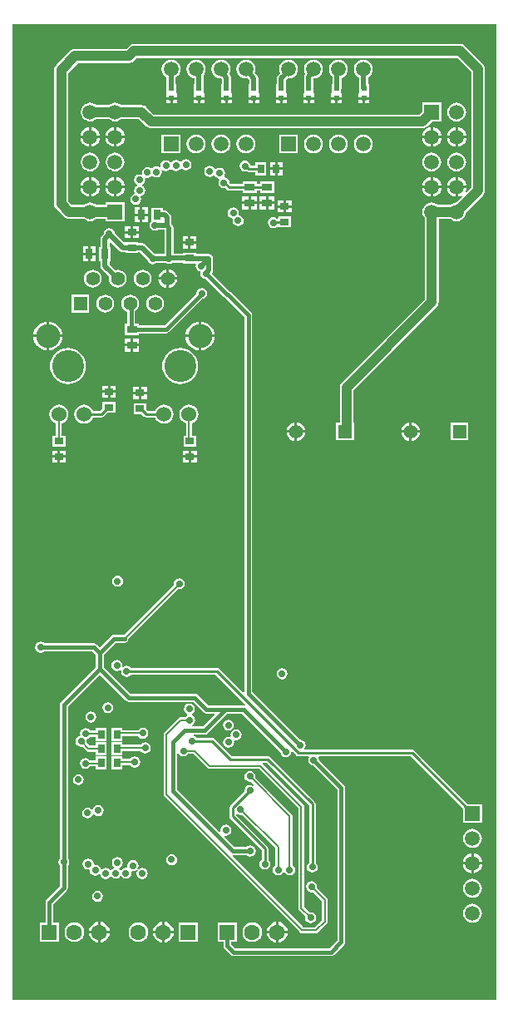
<source format=gbl>
G04*
G04 #@! TF.GenerationSoftware,Altium Limited,Altium Designer,20.0.13 (296)*
G04*
G04 Layer_Physical_Order=4*
G04 Layer_Color=16711680*
%FSLAX44Y44*%
%MOMM*%
G71*
G01*
G75*
%ADD10C,0.2500*%
%ADD11C,0.2000*%
%ADD17C,0.2540*%
%ADD22R,0.7000X0.9000*%
%ADD27R,0.8000X1.0000*%
%ADD31R,1.0000X0.8000*%
%ADD34R,0.9000X0.7000*%
%ADD81C,0.4000*%
%ADD82C,0.5000*%
%ADD83C,1.0000*%
%ADD84C,1.5000*%
%ADD85R,1.5000X1.5000*%
%ADD86C,1.4000*%
%ADD87R,1.4000X1.4000*%
%ADD88C,1.6000*%
%ADD89R,1.6000X1.6000*%
%ADD90R,1.3980X1.3980*%
%ADD91C,1.3980*%
%ADD92C,1.5300*%
%ADD93C,2.4450*%
%ADD94C,3.2500*%
%ADD95C,0.7000*%
%ADD96C,0.8000*%
%ADD97R,0.6000X0.5000*%
G36*
X496432Y3569D02*
X3569D01*
Y996432D01*
X496432D01*
Y3569D01*
D02*
G37*
%LPC*%
G36*
X285150Y960182D02*
X282670Y959856D01*
X280359Y958898D01*
X278375Y957376D01*
X276852Y955391D01*
X275895Y953080D01*
X275568Y950600D01*
X275895Y948120D01*
X276614Y946383D01*
X274506Y944274D01*
X273511Y942785D01*
X273162Y941030D01*
Y935499D01*
X272750D01*
X272750Y927086D01*
X272210Y926039D01*
X272210Y925453D01*
Y922270D01*
X277750D01*
X283290D01*
Y926039D01*
X282750Y927086D01*
X282750Y935499D01*
X282338D01*
Y939129D01*
X284335Y941125D01*
X285150Y941018D01*
X287630Y941345D01*
X289941Y942302D01*
X291926Y943825D01*
X293448Y945809D01*
X294405Y948120D01*
X294732Y950600D01*
X294405Y953080D01*
X293448Y955391D01*
X291926Y957376D01*
X289941Y958898D01*
X287630Y959856D01*
X285150Y960182D01*
D02*
G37*
G36*
X361350D02*
X358870Y959856D01*
X356559Y958898D01*
X354575Y957376D01*
X353052Y955391D01*
X352095Y953080D01*
X351768Y950600D01*
X352095Y948120D01*
X353052Y945809D01*
X354575Y943825D01*
X356559Y942302D01*
X356962Y942135D01*
Y935500D01*
X356750D01*
X356750Y927086D01*
X356210Y926040D01*
X356210Y925454D01*
Y922270D01*
X361750D01*
X367290D01*
Y926040D01*
X366750Y927086D01*
X366750Y935500D01*
X366138D01*
Y942301D01*
X366141Y942302D01*
X368125Y943825D01*
X369648Y945809D01*
X370606Y948120D01*
X370932Y950600D01*
X370606Y953080D01*
X369648Y955391D01*
X368125Y957376D01*
X366141Y958898D01*
X363830Y959856D01*
X361350Y960182D01*
D02*
G37*
G36*
X165400D02*
X162920Y959856D01*
X160609Y958898D01*
X158624Y957376D01*
X157101Y955391D01*
X156144Y953080D01*
X155818Y950600D01*
X156144Y948120D01*
X157101Y945809D01*
X158624Y943825D01*
X160609Y942302D01*
X160987Y942145D01*
Y935500D01*
X160750D01*
X160750Y927086D01*
X160210Y926040D01*
X160210Y925454D01*
Y922270D01*
X165750D01*
X171290D01*
Y926040D01*
X170750Y927086D01*
X170750Y935500D01*
X170163D01*
Y942290D01*
X170191Y942302D01*
X172175Y943825D01*
X173698Y945809D01*
X174655Y948120D01*
X174982Y950600D01*
X174655Y953080D01*
X173698Y955391D01*
X172175Y957376D01*
X170191Y958898D01*
X167880Y959856D01*
X165400Y960182D01*
D02*
G37*
G36*
X310550D02*
X308070Y959856D01*
X305759Y958898D01*
X303775Y957376D01*
X302252Y955391D01*
X301295Y953080D01*
X300968Y950600D01*
X301295Y948120D01*
X302214Y945901D01*
X301511Y944850D01*
X301162Y943094D01*
Y935499D01*
X300750D01*
X300750Y927086D01*
X300210Y926039D01*
X300210Y925453D01*
Y922270D01*
X305750D01*
X311290D01*
Y926039D01*
X310750Y927086D01*
X310750Y935499D01*
X310338D01*
Y940832D01*
X310550Y941018D01*
X313030Y941345D01*
X315341Y942302D01*
X317325Y943825D01*
X318848Y945809D01*
X319806Y948120D01*
X320132Y950600D01*
X319806Y953080D01*
X318848Y955391D01*
X317325Y957376D01*
X315341Y958898D01*
X313030Y959856D01*
X310550Y960182D01*
D02*
G37*
G36*
X190800D02*
X188320Y959856D01*
X186009Y958898D01*
X184024Y957376D01*
X182502Y955391D01*
X181544Y953080D01*
X181218Y950600D01*
X181544Y948120D01*
X182502Y945809D01*
X184024Y943825D01*
X186009Y942302D01*
X188320Y941345D01*
X189162Y941234D01*
Y935499D01*
X188750D01*
X188750Y927086D01*
X188210Y926039D01*
X188210Y925453D01*
Y922270D01*
X193750D01*
X199290D01*
Y926039D01*
X198750Y927086D01*
X198750Y935499D01*
X198338D01*
Y944819D01*
X199098Y945809D01*
X200055Y948120D01*
X200382Y950600D01*
X200055Y953080D01*
X199098Y955391D01*
X197575Y957376D01*
X195591Y958898D01*
X193280Y959856D01*
X190800Y960182D01*
D02*
G37*
G36*
X335950D02*
X333470Y959856D01*
X331159Y958898D01*
X329175Y957376D01*
X327652Y955391D01*
X326695Y953080D01*
X326368Y950600D01*
X326695Y948120D01*
X327652Y945809D01*
X329175Y943825D01*
X329662Y943451D01*
Y935499D01*
X328750D01*
X328750Y927086D01*
X328210Y926039D01*
X328210Y925453D01*
Y922270D01*
X333750D01*
X339290D01*
Y926039D01*
X338750Y927086D01*
X338750Y930556D01*
X338838Y930999D01*
Y941514D01*
X340741Y942302D01*
X342725Y943825D01*
X344248Y945809D01*
X345205Y948120D01*
X345532Y950600D01*
X345205Y953080D01*
X344248Y955391D01*
X342725Y957376D01*
X340741Y958898D01*
X338430Y959856D01*
X335950Y960182D01*
D02*
G37*
G36*
X241600D02*
X239120Y959856D01*
X236809Y958898D01*
X234824Y957376D01*
X233302Y955391D01*
X232344Y953080D01*
X232018Y950600D01*
X232344Y948120D01*
X233302Y945809D01*
X234824Y943825D01*
X236809Y942302D01*
X239120Y941345D01*
X241600Y941018D01*
X243741Y941300D01*
X245162Y939879D01*
Y935499D01*
X244750D01*
X244750Y927086D01*
X244210Y926039D01*
X244210Y925453D01*
Y922270D01*
X249750D01*
X255290D01*
Y926039D01*
X254750Y927086D01*
X254750Y935499D01*
X254338D01*
Y941780D01*
X253989Y943536D01*
X252994Y945024D01*
X250575Y947444D01*
X250855Y948120D01*
X251182Y950600D01*
X250855Y953080D01*
X249898Y955391D01*
X248375Y957376D01*
X246391Y958898D01*
X244080Y959856D01*
X241600Y960182D01*
D02*
G37*
G36*
X216200D02*
X213720Y959856D01*
X211409Y958898D01*
X209424Y957376D01*
X207901Y955391D01*
X206944Y953080D01*
X206618Y950600D01*
X206944Y948120D01*
X207901Y945809D01*
X209424Y943825D01*
X211409Y942302D01*
X213720Y941345D01*
X216200Y941018D01*
X217162Y940066D01*
Y935499D01*
X216750D01*
X216750Y927086D01*
X216210Y926039D01*
X216210Y925453D01*
Y922270D01*
X221750D01*
Y921000D01*
D01*
Y922270D01*
X227290D01*
Y926039D01*
X226750Y927086D01*
X226750Y935499D01*
X226338D01*
Y942344D01*
X225989Y944100D01*
X224995Y945588D01*
X224579Y946004D01*
X225455Y948120D01*
X225782Y950600D01*
X225455Y953080D01*
X224498Y955391D01*
X222975Y957376D01*
X220991Y958898D01*
X218680Y959856D01*
X216200Y960182D01*
D02*
G37*
G36*
X367290Y919730D02*
X363020D01*
Y915960D01*
X367290D01*
Y919730D01*
D02*
G37*
G36*
X360480D02*
X356210D01*
Y915960D01*
X360480D01*
Y919730D01*
D02*
G37*
G36*
X171290D02*
X167020D01*
Y915960D01*
X171290D01*
Y919730D01*
D02*
G37*
G36*
X164480D02*
X160210D01*
Y915960D01*
X164480D01*
Y919730D01*
D02*
G37*
G36*
X339290Y919730D02*
X335020D01*
Y915959D01*
X339290D01*
Y919730D01*
D02*
G37*
G36*
X332480D02*
X328210D01*
Y915959D01*
X332480D01*
Y919730D01*
D02*
G37*
G36*
X311290D02*
X307020D01*
Y915959D01*
X311290D01*
Y919730D01*
D02*
G37*
G36*
X304480D02*
X300210D01*
Y915959D01*
X304480D01*
Y919730D01*
D02*
G37*
G36*
X283290D02*
X279020D01*
Y915959D01*
X283290D01*
Y919730D01*
D02*
G37*
G36*
X276480D02*
X272210D01*
Y915959D01*
X276480D01*
Y919730D01*
D02*
G37*
G36*
X255290D02*
X251020D01*
Y915959D01*
X255290D01*
Y919730D01*
D02*
G37*
G36*
X248480D02*
X244210D01*
Y915959D01*
X248480D01*
Y919730D01*
D02*
G37*
G36*
X227290D02*
X223020D01*
Y915959D01*
X227290D01*
Y919730D01*
D02*
G37*
G36*
X220480D02*
X216210D01*
Y915959D01*
X220480D01*
Y919730D01*
D02*
G37*
G36*
X199290D02*
X195020D01*
Y915959D01*
X199290D01*
Y919730D01*
D02*
G37*
G36*
X192480D02*
X188210D01*
Y915959D01*
X192480D01*
Y919730D01*
D02*
G37*
G36*
X108500Y916582D02*
X106020Y916255D01*
X103709Y915298D01*
X102096Y914060D01*
X89504D01*
X87891Y915298D01*
X85580Y916255D01*
X83100Y916582D01*
X80620Y916255D01*
X78309Y915298D01*
X76325Y913775D01*
X74802Y911791D01*
X73845Y909480D01*
X73518Y907000D01*
X73845Y904520D01*
X74802Y902209D01*
X76325Y900225D01*
X78309Y898702D01*
X80620Y897745D01*
X83100Y897418D01*
X85580Y897745D01*
X87891Y898702D01*
X89504Y899940D01*
X102096D01*
X103709Y898702D01*
X106020Y897745D01*
X108500Y897418D01*
X110980Y897745D01*
X113291Y898702D01*
X114904Y899940D01*
X132576D01*
X140258Y892258D01*
X141720Y891135D01*
X143423Y890430D01*
X145250Y890190D01*
X421250D01*
X423077Y890430D01*
X424780Y891135D01*
X426242Y892258D01*
X431485Y897500D01*
X440500D01*
Y916500D01*
X421500D01*
Y907485D01*
X418325Y904310D01*
X148174D01*
X140492Y911992D01*
X139030Y913114D01*
X137327Y913820D01*
X135500Y914060D01*
X114904D01*
X113291Y915298D01*
X110980Y916255D01*
X108500Y916582D01*
D02*
G37*
G36*
X456400D02*
X453920Y916255D01*
X451609Y915298D01*
X449624Y913775D01*
X448102Y911791D01*
X447145Y909480D01*
X446818Y907000D01*
X447145Y904520D01*
X448102Y902209D01*
X449624Y900225D01*
X451609Y898702D01*
X453920Y897745D01*
X456400Y897418D01*
X458880Y897745D01*
X461191Y898702D01*
X463175Y900225D01*
X464698Y902209D01*
X465655Y904520D01*
X465982Y907000D01*
X465655Y909480D01*
X464698Y911791D01*
X463175Y913775D01*
X461191Y915298D01*
X458880Y916255D01*
X456400Y916582D01*
D02*
G37*
G36*
X109770Y891559D02*
Y882870D01*
X118460D01*
X118282Y884221D01*
X117270Y886663D01*
X115661Y888761D01*
X113563Y890370D01*
X111121Y891382D01*
X109770Y891559D01*
D02*
G37*
G36*
X84370D02*
Y882870D01*
X93060D01*
X92882Y884221D01*
X91870Y886663D01*
X90261Y888761D01*
X88163Y890370D01*
X85721Y891382D01*
X84370Y891559D01*
D02*
G37*
G36*
X457670D02*
Y882870D01*
X466359D01*
X466181Y884221D01*
X465170Y886663D01*
X463560Y888761D01*
X461463Y890370D01*
X459021Y891382D01*
X457670Y891559D01*
D02*
G37*
G36*
X432270D02*
Y882870D01*
X440959D01*
X440782Y884221D01*
X439770Y886663D01*
X438161Y888761D01*
X436063Y890370D01*
X433621Y891382D01*
X432270Y891559D01*
D02*
G37*
G36*
X455130D02*
X453779Y891382D01*
X451337Y890370D01*
X449239Y888761D01*
X447630Y886663D01*
X446618Y884221D01*
X446441Y882870D01*
X455130D01*
Y891559D01*
D02*
G37*
G36*
X429730D02*
X428379Y891382D01*
X425937Y890370D01*
X423839Y888761D01*
X422230Y886663D01*
X421218Y884221D01*
X421040Y882870D01*
X429730D01*
Y891559D01*
D02*
G37*
G36*
X107230D02*
X105879Y891382D01*
X103437Y890370D01*
X101340Y888761D01*
X99730Y886663D01*
X98719Y884221D01*
X98541Y882870D01*
X107230D01*
Y891559D01*
D02*
G37*
G36*
X81830D02*
X80479Y891382D01*
X78037Y890370D01*
X75940Y888761D01*
X74330Y886663D01*
X73319Y884221D01*
X73141Y882870D01*
X81830D01*
Y891559D01*
D02*
G37*
G36*
X93060Y880330D02*
X84370D01*
Y871641D01*
X85721Y871818D01*
X88163Y872830D01*
X90261Y874439D01*
X91870Y876537D01*
X92882Y878979D01*
X93060Y880330D01*
D02*
G37*
G36*
X118460D02*
X109770D01*
Y871641D01*
X111121Y871818D01*
X113563Y872830D01*
X115661Y874439D01*
X117270Y876537D01*
X118282Y878979D01*
X118460Y880330D01*
D02*
G37*
G36*
X466359D02*
X457670D01*
Y871641D01*
X459021Y871818D01*
X461463Y872830D01*
X463560Y874439D01*
X465170Y876537D01*
X466181Y878979D01*
X466359Y880330D01*
D02*
G37*
G36*
X440959D02*
X432270D01*
Y871641D01*
X433621Y871818D01*
X436063Y872830D01*
X438161Y874439D01*
X439770Y876537D01*
X440782Y878979D01*
X440959Y880330D01*
D02*
G37*
G36*
X455130D02*
X446441D01*
X446618Y878979D01*
X447630Y876537D01*
X449239Y874439D01*
X451337Y872830D01*
X453779Y871818D01*
X455130Y871641D01*
Y880330D01*
D02*
G37*
G36*
X429730D02*
X421040D01*
X421218Y878979D01*
X422230Y876537D01*
X423839Y874439D01*
X425937Y872830D01*
X428379Y871818D01*
X429730Y871641D01*
Y880330D01*
D02*
G37*
G36*
X107230D02*
X98541D01*
X98719Y878979D01*
X99730Y876537D01*
X101340Y874439D01*
X103437Y872830D01*
X105879Y871818D01*
X107230Y871641D01*
Y880330D01*
D02*
G37*
G36*
X81830D02*
X73141D01*
X73319Y878979D01*
X74330Y876537D01*
X75940Y874439D01*
X78037Y872830D01*
X80479Y871818D01*
X81830Y871641D01*
Y880330D01*
D02*
G37*
G36*
X294650Y883900D02*
X275650D01*
Y864900D01*
X294650D01*
Y883900D01*
D02*
G37*
G36*
X174900D02*
X155900D01*
Y864900D01*
X174900D01*
Y883900D01*
D02*
G37*
G36*
X361350Y883982D02*
X358870Y883656D01*
X356559Y882698D01*
X354575Y881176D01*
X353052Y879191D01*
X352095Y876880D01*
X351768Y874400D01*
X352095Y871920D01*
X353052Y869609D01*
X354575Y867625D01*
X356559Y866102D01*
X358870Y865145D01*
X361350Y864818D01*
X363830Y865145D01*
X366141Y866102D01*
X368125Y867625D01*
X369648Y869609D01*
X370606Y871920D01*
X370932Y874400D01*
X370606Y876880D01*
X369648Y879191D01*
X368125Y881176D01*
X366141Y882698D01*
X363830Y883656D01*
X361350Y883982D01*
D02*
G37*
G36*
X335950D02*
X333470Y883656D01*
X331159Y882698D01*
X329175Y881176D01*
X327652Y879191D01*
X326695Y876880D01*
X326368Y874400D01*
X326695Y871920D01*
X327652Y869609D01*
X329175Y867625D01*
X331159Y866102D01*
X333470Y865145D01*
X335950Y864818D01*
X338430Y865145D01*
X340741Y866102D01*
X342725Y867625D01*
X344248Y869609D01*
X345205Y871920D01*
X345532Y874400D01*
X345205Y876880D01*
X344248Y879191D01*
X342725Y881176D01*
X340741Y882698D01*
X338430Y883656D01*
X335950Y883982D01*
D02*
G37*
G36*
X310550D02*
X308070Y883656D01*
X305759Y882698D01*
X303775Y881176D01*
X302252Y879191D01*
X301295Y876880D01*
X300968Y874400D01*
X301295Y871920D01*
X302252Y869609D01*
X303775Y867625D01*
X305759Y866102D01*
X308070Y865145D01*
X310550Y864818D01*
X313030Y865145D01*
X315341Y866102D01*
X317325Y867625D01*
X318848Y869609D01*
X319806Y871920D01*
X320132Y874400D01*
X319806Y876880D01*
X318848Y879191D01*
X317325Y881176D01*
X315341Y882698D01*
X313030Y883656D01*
X310550Y883982D01*
D02*
G37*
G36*
X241600D02*
X239120Y883656D01*
X236809Y882698D01*
X234824Y881176D01*
X233302Y879191D01*
X232344Y876880D01*
X232018Y874400D01*
X232344Y871920D01*
X233302Y869609D01*
X234824Y867625D01*
X236809Y866102D01*
X239120Y865145D01*
X241600Y864818D01*
X244080Y865145D01*
X246391Y866102D01*
X248375Y867625D01*
X249898Y869609D01*
X250855Y871920D01*
X251182Y874400D01*
X250855Y876880D01*
X249898Y879191D01*
X248375Y881176D01*
X246391Y882698D01*
X244080Y883656D01*
X241600Y883982D01*
D02*
G37*
G36*
X216200D02*
X213720Y883656D01*
X211409Y882698D01*
X209424Y881176D01*
X207901Y879191D01*
X206944Y876880D01*
X206618Y874400D01*
X206944Y871920D01*
X207901Y869609D01*
X209424Y867625D01*
X211409Y866102D01*
X213720Y865145D01*
X216200Y864818D01*
X218680Y865145D01*
X220991Y866102D01*
X222975Y867625D01*
X224498Y869609D01*
X225455Y871920D01*
X225782Y874400D01*
X225455Y876880D01*
X224498Y879191D01*
X222975Y881176D01*
X220991Y882698D01*
X218680Y883656D01*
X216200Y883982D01*
D02*
G37*
G36*
X190800D02*
X188320Y883656D01*
X186009Y882698D01*
X184024Y881176D01*
X182502Y879191D01*
X181544Y876880D01*
X181218Y874400D01*
X181544Y871920D01*
X182502Y869609D01*
X184024Y867625D01*
X186009Y866102D01*
X188320Y865145D01*
X190800Y864818D01*
X193280Y865145D01*
X195591Y866102D01*
X197575Y867625D01*
X199098Y869609D01*
X200055Y871920D01*
X200382Y874400D01*
X200055Y876880D01*
X199098Y879191D01*
X197575Y881176D01*
X195591Y882698D01*
X193280Y883656D01*
X190800Y883982D01*
D02*
G37*
G36*
X180500Y858858D02*
X178354Y858431D01*
X176535Y857215D01*
X176013Y856435D01*
X174486D01*
X174465Y856466D01*
X172646Y857681D01*
X170500Y858108D01*
X168354Y857681D01*
X166535Y856466D01*
X165968Y855618D01*
X164698D01*
X164215Y856340D01*
X162396Y857556D01*
X160250Y857983D01*
X158104Y857556D01*
X156285Y856340D01*
X155069Y854521D01*
X154642Y852375D01*
X154849Y851339D01*
X153706Y850575D01*
X152625Y851297D01*
X150479Y851724D01*
X148333Y851297D01*
X146560Y850113D01*
X146436Y850040D01*
X144849Y849877D01*
X143646Y850681D01*
X141500Y851108D01*
X139354Y850681D01*
X137535Y849465D01*
X136319Y847646D01*
X135892Y845500D01*
X136135Y844280D01*
X136121Y844248D01*
X135034Y843302D01*
X133500Y843608D01*
X131354Y843181D01*
X129535Y841965D01*
X128319Y840146D01*
X127892Y838000D01*
X128319Y835854D01*
X129535Y834035D01*
X130710Y833249D01*
Y831751D01*
X129535Y830965D01*
X128319Y829146D01*
X127892Y827000D01*
X128319Y824854D01*
X128410Y824718D01*
X127924Y823544D01*
X127354Y823431D01*
X125535Y822215D01*
X124319Y820396D01*
X123892Y818250D01*
X124319Y816104D01*
X125535Y814285D01*
X127354Y813069D01*
X129500Y812642D01*
X131646Y813069D01*
X133465Y814285D01*
X134681Y816104D01*
X135108Y818250D01*
X134681Y820396D01*
X134590Y820533D01*
X135076Y821706D01*
X135646Y821819D01*
X137465Y823035D01*
X138681Y824854D01*
X139108Y827000D01*
X138681Y829146D01*
X137465Y830965D01*
X136290Y831751D01*
Y833249D01*
X137465Y834035D01*
X138681Y835854D01*
X139108Y838000D01*
X138865Y839220D01*
X138879Y839252D01*
X139965Y840198D01*
X141500Y839892D01*
X143646Y840319D01*
X145419Y841504D01*
X145542Y841577D01*
X147129Y841739D01*
X148333Y840935D01*
X150479Y840508D01*
X152625Y840935D01*
X154444Y842151D01*
X155660Y843970D01*
X156087Y846116D01*
X155880Y847153D01*
X157023Y847917D01*
X158104Y847194D01*
X160250Y846768D01*
X162396Y847194D01*
X164215Y848410D01*
X164782Y849258D01*
X166052D01*
X166535Y848535D01*
X168354Y847319D01*
X170500Y846892D01*
X172646Y847319D01*
X174465Y848535D01*
X174987Y849315D01*
X176514D01*
X176535Y849285D01*
X178354Y848069D01*
X180500Y847642D01*
X182646Y848069D01*
X184465Y849285D01*
X185681Y851104D01*
X186108Y853250D01*
X185681Y855396D01*
X184465Y857215D01*
X182646Y858431D01*
X180500Y858858D01*
D02*
G37*
G36*
X278790Y856290D02*
X274020D01*
Y850520D01*
X278790D01*
Y856290D01*
D02*
G37*
G36*
X271480D02*
X266710D01*
Y850520D01*
X271480D01*
Y856290D01*
D02*
G37*
G36*
X456400Y865782D02*
X453920Y865455D01*
X451609Y864498D01*
X449624Y862975D01*
X448102Y860991D01*
X447145Y858680D01*
X446818Y856200D01*
X447145Y853720D01*
X448102Y851409D01*
X449624Y849425D01*
X451609Y847902D01*
X453920Y846945D01*
X456400Y846618D01*
X458880Y846945D01*
X461191Y847902D01*
X463175Y849425D01*
X464698Y851409D01*
X465655Y853720D01*
X465982Y856200D01*
X465655Y858680D01*
X464698Y860991D01*
X463175Y862975D01*
X461191Y864498D01*
X458880Y865455D01*
X456400Y865782D01*
D02*
G37*
G36*
X431000D02*
X428520Y865455D01*
X426209Y864498D01*
X424225Y862975D01*
X422702Y860991D01*
X421744Y858680D01*
X421418Y856200D01*
X421744Y853720D01*
X422702Y851409D01*
X424225Y849425D01*
X426209Y847902D01*
X428520Y846945D01*
X431000Y846618D01*
X433480Y846945D01*
X435791Y847902D01*
X437775Y849425D01*
X439298Y851409D01*
X440255Y853720D01*
X440582Y856200D01*
X440255Y858680D01*
X439298Y860991D01*
X437775Y862975D01*
X435791Y864498D01*
X433480Y865455D01*
X431000Y865782D01*
D02*
G37*
G36*
X108500D02*
X106020Y865455D01*
X103709Y864498D01*
X101725Y862975D01*
X100202Y860991D01*
X99245Y858680D01*
X98918Y856200D01*
X99245Y853720D01*
X100202Y851409D01*
X101725Y849425D01*
X103709Y847902D01*
X106020Y846945D01*
X108500Y846618D01*
X110980Y846945D01*
X113291Y847902D01*
X115276Y849425D01*
X116798Y851409D01*
X117756Y853720D01*
X118082Y856200D01*
X117756Y858680D01*
X116798Y860991D01*
X115276Y862975D01*
X113291Y864498D01*
X110980Y865455D01*
X108500Y865782D01*
D02*
G37*
G36*
X83100D02*
X80620Y865455D01*
X78309Y864498D01*
X76325Y862975D01*
X74802Y860991D01*
X73845Y858680D01*
X73518Y856200D01*
X73845Y853720D01*
X74802Y851409D01*
X76325Y849425D01*
X78309Y847902D01*
X80620Y846945D01*
X83100Y846618D01*
X85580Y846945D01*
X87891Y847902D01*
X89876Y849425D01*
X91398Y851409D01*
X92356Y853720D01*
X92682Y856200D01*
X92356Y858680D01*
X91398Y860991D01*
X89876Y862975D01*
X87891Y864498D01*
X85580Y865455D01*
X83100Y865782D01*
D02*
G37*
G36*
X240750Y857608D02*
X238604Y857181D01*
X236785Y855965D01*
X235569Y854146D01*
X235142Y852000D01*
X235569Y849854D01*
X236785Y848035D01*
X238604Y846819D01*
X240750Y846392D01*
X242595Y846759D01*
X243450Y846189D01*
X244718Y845936D01*
X251250D01*
Y842750D01*
X262250D01*
Y855750D01*
X251250D01*
Y852564D01*
X246246D01*
X245931Y854146D01*
X244715Y855965D01*
X242896Y857181D01*
X240750Y857608D01*
D02*
G37*
G36*
X278790Y847980D02*
X274020D01*
Y842210D01*
X278790D01*
Y847980D01*
D02*
G37*
G36*
X271480D02*
X266710D01*
Y842210D01*
X271480D01*
Y847980D01*
D02*
G37*
G36*
X109770Y840759D02*
Y832070D01*
X118460D01*
X118282Y833421D01*
X117270Y835863D01*
X115661Y837961D01*
X113563Y839570D01*
X111121Y840582D01*
X109770Y840759D01*
D02*
G37*
G36*
X84370D02*
Y832070D01*
X93060D01*
X92882Y833421D01*
X91870Y835863D01*
X90261Y837961D01*
X88163Y839570D01*
X85721Y840582D01*
X84370Y840759D01*
D02*
G37*
G36*
X457670D02*
Y832070D01*
X466359D01*
X466181Y833421D01*
X465170Y835863D01*
X463560Y837961D01*
X461463Y839570D01*
X459021Y840582D01*
X457670Y840759D01*
D02*
G37*
G36*
X432270D02*
Y832070D01*
X440959D01*
X440782Y833421D01*
X439770Y835863D01*
X438161Y837961D01*
X436063Y839570D01*
X433621Y840582D01*
X432270Y840759D01*
D02*
G37*
G36*
X455130D02*
X453779Y840582D01*
X451337Y839570D01*
X449239Y837961D01*
X447630Y835863D01*
X446618Y833421D01*
X446441Y832070D01*
X455130D01*
Y840759D01*
D02*
G37*
G36*
X429730D02*
X428379Y840582D01*
X425937Y839570D01*
X423839Y837961D01*
X422230Y835863D01*
X421218Y833421D01*
X421040Y832070D01*
X429730D01*
Y840759D01*
D02*
G37*
G36*
X107230D02*
X105879Y840582D01*
X103437Y839570D01*
X101340Y837961D01*
X99730Y835863D01*
X98719Y833421D01*
X98541Y832070D01*
X107230D01*
Y840759D01*
D02*
G37*
G36*
X81830D02*
X80479Y840582D01*
X78037Y839570D01*
X75940Y837961D01*
X74330Y835863D01*
X73319Y833421D01*
X73141Y832070D01*
X81830D01*
Y840759D01*
D02*
G37*
G36*
X459750Y976060D02*
X127875D01*
X126048Y975820D01*
X124345Y975115D01*
X122883Y973992D01*
X119951Y971060D01*
X67750D01*
X65923Y970820D01*
X64220Y970115D01*
X62758Y968992D01*
X48507Y954742D01*
X47386Y953280D01*
X46680Y951577D01*
X46440Y949750D01*
Y813250D01*
X46680Y811423D01*
X47386Y809720D01*
X48507Y808258D01*
X56358Y800407D01*
X57820Y799286D01*
X59523Y798580D01*
X61350Y798340D01*
X76696D01*
X78309Y797102D01*
X80620Y796144D01*
X83100Y795818D01*
X85580Y796144D01*
X87891Y797102D01*
X89504Y798340D01*
X99000D01*
Y795900D01*
X118000D01*
Y814900D01*
X99000D01*
Y812460D01*
X89504D01*
X87891Y813698D01*
X85580Y814655D01*
X83100Y814982D01*
X80620Y814655D01*
X78309Y813698D01*
X76696Y812460D01*
X64275D01*
X60560Y816174D01*
Y946825D01*
X70675Y956940D01*
X122875D01*
X124702Y957180D01*
X126405Y957886D01*
X127867Y959008D01*
X130800Y961940D01*
X456825D01*
X470940Y947825D01*
Y829925D01*
X466398Y825383D01*
X465321Y826102D01*
X466181Y828179D01*
X466359Y829530D01*
X457670D01*
Y820841D01*
X459021Y821018D01*
X461098Y821879D01*
X461817Y820802D01*
X455936Y814921D01*
X453920Y814655D01*
X451609Y813698D01*
X449996Y812460D01*
X437404D01*
X435791Y813698D01*
X433480Y814655D01*
X431000Y814982D01*
X428520Y814655D01*
X426209Y813698D01*
X424225Y812175D01*
X422702Y810191D01*
X421744Y807880D01*
X421418Y805400D01*
X421744Y802920D01*
X422702Y800609D01*
X423940Y798996D01*
Y716424D01*
X339258Y631742D01*
X338135Y630280D01*
X337430Y628577D01*
X337190Y626750D01*
Y590750D01*
X333500D01*
Y572750D01*
X351500D01*
Y590750D01*
X351310D01*
Y623825D01*
X435992Y708508D01*
X437114Y709970D01*
X437820Y711673D01*
X438060Y713500D01*
Y798340D01*
X449996D01*
X451609Y797102D01*
X453920Y796144D01*
X456400Y795818D01*
X458880Y796144D01*
X461191Y797102D01*
X463175Y798624D01*
X464698Y800609D01*
X465655Y802920D01*
X465921Y804936D01*
X482993Y822008D01*
X484114Y823470D01*
X484820Y825173D01*
X485060Y827000D01*
Y950750D01*
X484820Y952577D01*
X484114Y954280D01*
X482993Y955742D01*
X464743Y973992D01*
X463280Y975115D01*
X461577Y975820D01*
X459750Y976060D01*
D02*
G37*
G36*
X204750Y852108D02*
X202604Y851681D01*
X200785Y850465D01*
X199569Y848646D01*
X199142Y846500D01*
X199569Y844354D01*
X200785Y842535D01*
X202604Y841319D01*
X204750Y840892D01*
X206896Y841319D01*
X208555Y842428D01*
X208957Y842483D01*
X210051Y842249D01*
X211031Y840782D01*
X212851Y839566D01*
X214190Y839300D01*
X214783Y837900D01*
X214197Y837024D01*
X213770Y834878D01*
X214197Y832732D01*
X215413Y830913D01*
X217232Y829697D01*
X219378Y829270D01*
X220805Y829554D01*
X222203Y828157D01*
X223278Y827438D01*
X224546Y827186D01*
X238500D01*
Y824500D01*
X252500D01*
Y827187D01*
X256250D01*
Y824500D01*
X270250D01*
Y836500D01*
X256250D01*
Y833814D01*
X252500D01*
Y836500D01*
X238500D01*
Y833813D01*
X225918D01*
X224964Y834768D01*
X224986Y834878D01*
X224559Y837024D01*
X223343Y838843D01*
X221524Y840059D01*
X220184Y840325D01*
X219592Y841725D01*
X220178Y842601D01*
X220604Y844747D01*
X220178Y846893D01*
X218962Y848712D01*
X217143Y849928D01*
X214997Y850355D01*
X212851Y849928D01*
X211191Y848819D01*
X210790Y848764D01*
X209695Y848999D01*
X208715Y850465D01*
X206896Y851681D01*
X204750Y852108D01*
D02*
G37*
G36*
X93060Y829530D02*
X84370D01*
Y820841D01*
X85721Y821018D01*
X88163Y822030D01*
X90261Y823639D01*
X91870Y825737D01*
X92882Y828179D01*
X93060Y829530D01*
D02*
G37*
G36*
X118460D02*
X109770D01*
Y820841D01*
X111121Y821018D01*
X113563Y822030D01*
X115661Y823639D01*
X117270Y825737D01*
X118282Y828179D01*
X118460Y829530D01*
D02*
G37*
G36*
X440959D02*
X432270D01*
Y820841D01*
X433621Y821018D01*
X436063Y822030D01*
X438161Y823639D01*
X439770Y825737D01*
X440782Y828179D01*
X440959Y829530D01*
D02*
G37*
G36*
X455130D02*
X446441D01*
X446618Y828179D01*
X447630Y825737D01*
X449239Y823639D01*
X451337Y822030D01*
X453779Y821018D01*
X455130Y820841D01*
Y829530D01*
D02*
G37*
G36*
X429730D02*
X421040D01*
X421218Y828179D01*
X422230Y825737D01*
X423839Y823639D01*
X425937Y822030D01*
X428379Y821018D01*
X429730Y820841D01*
Y829530D01*
D02*
G37*
G36*
X107230D02*
X98541D01*
X98719Y828179D01*
X99730Y825737D01*
X101340Y823639D01*
X103437Y822030D01*
X105879Y821018D01*
X107230Y820841D01*
Y829530D01*
D02*
G37*
G36*
X81830D02*
X73141D01*
X73319Y828179D01*
X74330Y825737D01*
X75940Y823639D01*
X78037Y822030D01*
X80479Y821018D01*
X81830Y820841D01*
Y829530D01*
D02*
G37*
G36*
X270790Y821040D02*
X264520D01*
Y815770D01*
X270790D01*
Y821040D01*
D02*
G37*
G36*
X253040D02*
X246770D01*
Y815770D01*
X253040D01*
Y821040D01*
D02*
G37*
G36*
X244230D02*
X237960D01*
Y815770D01*
X244230D01*
Y821040D01*
D02*
G37*
G36*
X261980D02*
X255710D01*
Y815770D01*
X261980D01*
Y821040D01*
D02*
G37*
G36*
X288040Y817040D02*
X282270D01*
Y812270D01*
X288040D01*
Y817040D01*
D02*
G37*
G36*
X279730D02*
X273960D01*
Y812270D01*
X279730D01*
Y817040D01*
D02*
G37*
G36*
X270790Y813230D02*
X264520D01*
Y807960D01*
X270790D01*
Y813230D01*
D02*
G37*
G36*
X261980D02*
X255710D01*
Y807960D01*
X261980D01*
Y813230D01*
D02*
G37*
G36*
X253040D02*
X246770D01*
Y807960D01*
X253040D01*
Y813230D01*
D02*
G37*
G36*
X244230D02*
X237960D01*
Y807960D01*
X244230D01*
Y813230D01*
D02*
G37*
G36*
X288040Y809730D02*
X282270D01*
Y804960D01*
X288040D01*
Y809730D01*
D02*
G37*
G36*
X279730D02*
X273960D01*
Y804960D01*
X279730D01*
Y809730D01*
D02*
G37*
G36*
X141540Y809790D02*
X136270D01*
Y803520D01*
X141540D01*
Y809790D01*
D02*
G37*
G36*
X133730D02*
X128460D01*
Y803520D01*
X133730D01*
Y809790D01*
D02*
G37*
G36*
X287500Y800500D02*
X274500D01*
Y799185D01*
X274083Y798895D01*
X273230Y798622D01*
X271646Y799681D01*
X269500Y800108D01*
X267354Y799681D01*
X265535Y798465D01*
X264319Y796646D01*
X263892Y794500D01*
X264319Y792354D01*
X265535Y790535D01*
X267354Y789319D01*
X269500Y788892D01*
X271646Y789319D01*
X273230Y790378D01*
X274083Y790105D01*
X274500Y789815D01*
Y789500D01*
X287500D01*
Y800500D01*
D02*
G37*
G36*
X141540Y800980D02*
X136270D01*
Y794710D01*
X141540D01*
Y800980D01*
D02*
G37*
G36*
X133730D02*
X128460D01*
Y794710D01*
X133730D01*
Y800980D01*
D02*
G37*
G36*
X228750Y809858D02*
X226604Y809431D01*
X224785Y808215D01*
X223569Y806396D01*
X223142Y804250D01*
X223569Y802104D01*
X224785Y800285D01*
X226604Y799069D01*
X228486Y798695D01*
X228569Y798495D01*
X228142Y796349D01*
X228569Y794203D01*
X229785Y792384D01*
X231604Y791168D01*
X233750Y790742D01*
X235896Y791168D01*
X237715Y792384D01*
X238931Y794203D01*
X239358Y796349D01*
X238931Y798495D01*
X237715Y800314D01*
X235896Y801530D01*
X234014Y801905D01*
X233931Y802104D01*
X234358Y804250D01*
X233931Y806396D01*
X232715Y808215D01*
X230896Y809431D01*
X228750Y809858D01*
D02*
G37*
G36*
X132540Y790790D02*
X126770D01*
Y786020D01*
X132540D01*
Y790790D01*
D02*
G37*
G36*
X124230D02*
X118460D01*
Y786020D01*
X124230D01*
Y790790D01*
D02*
G37*
G36*
X132540Y783480D02*
X126770D01*
Y778710D01*
X132540D01*
Y783480D01*
D02*
G37*
G36*
X124230D02*
X118460D01*
Y778710D01*
X124230D01*
Y783480D01*
D02*
G37*
G36*
X191290Y780290D02*
X185520D01*
Y775520D01*
X191290D01*
Y780290D01*
D02*
G37*
G36*
X182980D02*
X177210D01*
Y775520D01*
X182980D01*
Y780290D01*
D02*
G37*
G36*
X191290Y772980D02*
X185520D01*
Y768210D01*
X191290D01*
Y772980D01*
D02*
G37*
G36*
X182980D02*
X177210D01*
Y768210D01*
X182980D01*
Y772980D01*
D02*
G37*
G36*
X88790Y770040D02*
X83520D01*
Y763770D01*
X88790D01*
Y770040D01*
D02*
G37*
G36*
X80980D02*
X75710D01*
Y763770D01*
X80980D01*
Y770040D01*
D02*
G37*
G36*
X157000Y809250D02*
X145000D01*
Y795746D01*
X143838Y794007D01*
X143411Y791861D01*
X143838Y789715D01*
X145054Y787896D01*
X146873Y786680D01*
X149019Y786253D01*
X151165Y786680D01*
X152052Y787273D01*
X158559D01*
X158912Y786920D01*
Y762463D01*
X149596D01*
X148896Y762931D01*
X147850Y763139D01*
X138995Y771994D01*
X137506Y772989D01*
X135750Y773338D01*
X132000D01*
Y774250D01*
X119000D01*
Y774250D01*
X117733Y774256D01*
X107889Y784100D01*
X107681Y785146D01*
X106466Y786965D01*
X104646Y788181D01*
X102500Y788608D01*
X100354Y788181D01*
X98535Y786965D01*
X97319Y785146D01*
X96977Y783424D01*
X95005Y781453D01*
X94011Y779964D01*
X93662Y778209D01*
Y769500D01*
X92250D01*
Y755500D01*
X93662D01*
Y750250D01*
X94011Y748495D01*
X95005Y747006D01*
X102333Y739679D01*
X102033Y737400D01*
X102341Y735053D01*
X103247Y732866D01*
X104688Y730988D01*
X106566Y729547D01*
X108753Y728642D01*
X111100Y728333D01*
X113447Y728642D01*
X115634Y729547D01*
X117512Y730988D01*
X118953Y732866D01*
X119859Y735053D01*
X120168Y737400D01*
X119859Y739747D01*
X118953Y741934D01*
X117512Y743812D01*
X115634Y745253D01*
X113447Y746159D01*
X111100Y746468D01*
X108821Y746168D01*
X102838Y752151D01*
Y755500D01*
X104250D01*
Y769500D01*
X102838D01*
Y774514D01*
X104011Y775001D01*
X113506Y765506D01*
X114995Y764511D01*
X116751Y764162D01*
X119000D01*
Y763250D01*
X132000D01*
Y764162D01*
X133850D01*
X141361Y756650D01*
X141569Y755604D01*
X142785Y753785D01*
X144604Y752569D01*
X146750Y752142D01*
X148896Y752569D01*
X149970Y753287D01*
X160654D01*
X161354Y752819D01*
X163500Y752392D01*
X165646Y752819D01*
X166720Y753537D01*
X177750D01*
Y752750D01*
X189709D01*
X190752Y751481D01*
X190536Y750393D01*
X190963Y748247D01*
X192178Y746428D01*
X193997Y745213D01*
X195629Y744888D01*
X195643Y744853D01*
X195217Y742707D01*
X195643Y740561D01*
X196859Y738741D01*
X198678Y737526D01*
X200625Y737139D01*
X219370Y718393D01*
X219370Y718393D01*
X220694Y717509D01*
X221256Y717397D01*
X239922Y698731D01*
Y316339D01*
X238652Y315813D01*
X214358Y340107D01*
X213276Y340830D01*
X212000Y341084D01*
X124637D01*
X124215Y341715D01*
X122396Y342931D01*
X120250Y343358D01*
X118104Y342931D01*
X116819Y342072D01*
X115676Y342836D01*
X115858Y343750D01*
X115431Y345896D01*
X114215Y347715D01*
X112396Y348931D01*
X110250Y349358D01*
X108104Y348931D01*
X106285Y347715D01*
X105069Y345896D01*
X104642Y343750D01*
X105069Y341604D01*
X106285Y339785D01*
X108104Y338569D01*
X110250Y338142D01*
X112396Y338569D01*
X113681Y339428D01*
X114824Y338664D01*
X114642Y337750D01*
X115069Y335604D01*
X116285Y333785D01*
X118104Y332569D01*
X120250Y332142D01*
X122396Y332569D01*
X124215Y333785D01*
X124637Y334416D01*
X210619D01*
X241053Y303982D01*
X240771Y302598D01*
X240699Y302540D01*
X239250Y302828D01*
X239250Y302828D01*
X221000D01*
X221000Y302828D01*
X221000Y302828D01*
X203189D01*
X192384Y313634D01*
X191061Y314518D01*
X189500Y314828D01*
X189500Y314828D01*
X123939D01*
X96828Y341939D01*
Y354561D01*
X109189Y366922D01*
X118000D01*
X119560Y367232D01*
X120884Y368116D01*
X121768Y369439D01*
X122017Y370691D01*
X172681Y421355D01*
X173750Y421142D01*
X175896Y421569D01*
X177715Y422785D01*
X178931Y424604D01*
X179358Y426750D01*
X178931Y428896D01*
X177715Y430715D01*
X175896Y431931D01*
X173750Y432358D01*
X171604Y431931D01*
X169785Y430715D01*
X168569Y428896D01*
X168142Y426750D01*
X168355Y425681D01*
X117753Y375078D01*
X107500D01*
X107500Y375078D01*
X105939Y374768D01*
X104616Y373884D01*
X92750Y362018D01*
X89634Y365134D01*
X88310Y366018D01*
X86750Y366329D01*
X86750Y366329D01*
X36546D01*
X34896Y367431D01*
X32750Y367858D01*
X30604Y367431D01*
X28784Y366216D01*
X27569Y364396D01*
X27142Y362250D01*
X27569Y360104D01*
X28784Y358285D01*
X30604Y357069D01*
X32750Y356642D01*
X34896Y357069D01*
X36546Y358172D01*
X85060D01*
X88672Y354561D01*
Y341939D01*
X53366Y306634D01*
X52482Y305311D01*
X52172Y303750D01*
X52172Y303750D01*
Y147296D01*
X51069Y145646D01*
X50642Y143500D01*
X51069Y141354D01*
X52172Y139704D01*
Y118939D01*
X38716Y105484D01*
X37832Y104161D01*
X37522Y102600D01*
X37522Y102600D01*
Y82250D01*
X31600D01*
Y62250D01*
X51600D01*
Y82250D01*
X45679D01*
Y100911D01*
X59134Y114366D01*
X59134Y114366D01*
X60018Y115689D01*
X60328Y117250D01*
X60328Y117250D01*
Y139704D01*
X61431Y141354D01*
X61858Y143500D01*
X61431Y145646D01*
X60328Y147296D01*
Y302061D01*
X92750Y334482D01*
X119366Y307866D01*
X119366Y307866D01*
X120689Y306982D01*
X122250Y306672D01*
X122250Y306672D01*
X187811D01*
X198616Y295866D01*
X198616Y295866D01*
X199939Y294982D01*
X201500Y294672D01*
X209495D01*
X209981Y293498D01*
X198061Y281578D01*
X186901D01*
X186665Y282729D01*
X186690Y282848D01*
X188465Y284035D01*
X189681Y285854D01*
X190108Y288000D01*
X189681Y290146D01*
X188465Y291965D01*
X186646Y293181D01*
X186575Y293195D01*
X186534Y293304D01*
X186441Y294516D01*
X187965Y295535D01*
X189181Y297354D01*
X189608Y299500D01*
X189181Y301646D01*
X187965Y303465D01*
X186146Y304681D01*
X184000Y305108D01*
X181854Y304681D01*
X180035Y303465D01*
X178819Y301646D01*
X178392Y299500D01*
X178819Y297354D01*
X180035Y295535D01*
X181854Y294319D01*
X181925Y294305D01*
X181966Y294196D01*
X182059Y292984D01*
X180535Y291965D01*
X179929Y291059D01*
X175250D01*
X175250Y291059D01*
X174079Y290826D01*
X173087Y290163D01*
X158587Y275663D01*
X157924Y274671D01*
X157691Y273500D01*
X157691Y273500D01*
Y212500D01*
X157691Y212500D01*
X157924Y211329D01*
X158587Y210337D01*
X296837Y72087D01*
X296837Y72087D01*
X297829Y71424D01*
X299000Y71191D01*
X299000Y71191D01*
X313000D01*
X313000Y71191D01*
X314170Y71424D01*
X315163Y72087D01*
X324163Y81087D01*
X324163Y81087D01*
X324826Y82079D01*
X325059Y83250D01*
X325059Y83250D01*
Y105000D01*
X324826Y106171D01*
X324163Y107163D01*
X313895Y117431D01*
X314107Y118500D01*
X313681Y120646D01*
X312465Y122465D01*
X310646Y123681D01*
X308500Y124108D01*
X306354Y123681D01*
X304534Y122465D01*
X303319Y120646D01*
X302892Y118500D01*
X303319Y116354D01*
X304534Y114535D01*
X306354Y113319D01*
X308500Y112892D01*
X309569Y113105D01*
X318941Y103733D01*
Y84517D01*
X311733Y77309D01*
X300267D01*
X228124Y149452D01*
X228353Y150195D01*
X228700Y150672D01*
X242204D01*
X243854Y149569D01*
X246000Y149142D01*
X248146Y149569D01*
X249965Y150785D01*
X251181Y152604D01*
X251608Y154750D01*
X251181Y156896D01*
X249965Y158715D01*
X248146Y159931D01*
X246000Y160358D01*
X243854Y159931D01*
X242204Y158828D01*
X230189D01*
X219590Y169428D01*
X220216Y170598D01*
X221250Y170392D01*
X223396Y170819D01*
X225215Y172035D01*
X226431Y173854D01*
X226857Y176000D01*
X226431Y178146D01*
X225215Y179965D01*
X223396Y181181D01*
X221250Y181608D01*
X219104Y181181D01*
X217285Y179965D01*
X216069Y178146D01*
X215642Y176000D01*
X215848Y174966D01*
X214677Y174340D01*
X171578Y217439D01*
Y254349D01*
X172729Y254585D01*
X172848Y254560D01*
X174035Y252785D01*
X175854Y251569D01*
X178000Y251142D01*
X180146Y251569D01*
X181965Y252785D01*
X182571Y253691D01*
X188233D01*
X202587Y239337D01*
X202587Y239337D01*
X203580Y238674D01*
X204750Y238441D01*
X254983D01*
X294941Y198483D01*
Y96500D01*
X294941Y96500D01*
X295174Y95330D01*
X295837Y94337D01*
X302105Y88069D01*
X301892Y87000D01*
X302319Y84854D01*
X303535Y83035D01*
X305354Y81819D01*
X307500Y81392D01*
X309646Y81819D01*
X311465Y83035D01*
X312681Y84854D01*
X313108Y87000D01*
X312681Y89146D01*
X311465Y90965D01*
X309646Y92181D01*
X307500Y92608D01*
X306431Y92395D01*
X301059Y97767D01*
Y199750D01*
X301059Y199750D01*
X300826Y200921D01*
X300163Y201913D01*
X258413Y243663D01*
X258408Y243666D01*
X258793Y244936D01*
X262377D01*
X305936Y201377D01*
Y142901D01*
X305285Y142465D01*
X304069Y140646D01*
X303642Y138500D01*
X304069Y136354D01*
X305285Y134535D01*
X307104Y133319D01*
X309250Y132892D01*
X311396Y133319D01*
X313215Y134535D01*
X314431Y136354D01*
X314858Y138500D01*
X314431Y140646D01*
X313215Y142465D01*
X312564Y142901D01*
Y202750D01*
X312311Y204018D01*
X311593Y205093D01*
X266093Y250593D01*
X265018Y251311D01*
X263750Y251564D01*
X227373D01*
X209843Y269093D01*
X208768Y269811D01*
X207500Y270064D01*
X191401D01*
X190965Y270715D01*
X189146Y271931D01*
X188036Y272152D01*
X188161Y273422D01*
X199750D01*
X199750Y273422D01*
X201311Y273732D01*
X202634Y274616D01*
X222689Y294672D01*
X237561D01*
X276682Y255550D01*
X277069Y253604D01*
X278285Y251785D01*
X280104Y250569D01*
X282250Y250142D01*
X284396Y250569D01*
X286215Y251785D01*
X287431Y253604D01*
X287797Y255442D01*
X288997Y256038D01*
X292642Y252393D01*
X293724Y251670D01*
X295000Y251416D01*
X305391D01*
X306070Y250146D01*
X305569Y249396D01*
X305142Y247250D01*
X305569Y245104D01*
X306785Y243285D01*
X308604Y242069D01*
X310550Y241682D01*
X334672Y217561D01*
Y63939D01*
X326717Y55985D01*
X231033D01*
X226828Y60189D01*
Y62250D01*
X232750D01*
Y82250D01*
X212750D01*
Y62250D01*
X218671D01*
Y58500D01*
X218671Y58500D01*
X218982Y56939D01*
X219866Y55616D01*
X226459Y49023D01*
X226459Y49023D01*
X227782Y48139D01*
X229343Y47828D01*
X328407D01*
X328407Y47828D01*
X329968Y48139D01*
X331291Y49023D01*
X341634Y59366D01*
X341634Y59366D01*
X342518Y60689D01*
X342828Y62250D01*
Y219250D01*
X342518Y220811D01*
X341634Y222134D01*
X341634Y222134D01*
X316318Y247450D01*
X315931Y249396D01*
X315430Y250146D01*
X316109Y251416D01*
X409519D01*
X463000Y197935D01*
Y183650D01*
X482000D01*
Y202650D01*
X467715D01*
X413258Y257108D01*
X412176Y257830D01*
X410900Y258084D01*
X301954D01*
X301275Y259354D01*
X301968Y260391D01*
X302395Y262537D01*
X301968Y264683D01*
X300752Y266502D01*
X298933Y267718D01*
X296894Y268124D01*
X248078Y316939D01*
Y700421D01*
X248078Y700421D01*
X247768Y701981D01*
X246884Y703305D01*
X226028Y724160D01*
X224705Y725044D01*
X224142Y725156D01*
X206672Y742626D01*
X206994Y742949D01*
X207989Y744437D01*
X208338Y746193D01*
Y758000D01*
X207989Y759756D01*
X206994Y761244D01*
X205506Y762239D01*
X203750Y762588D01*
X190750D01*
Y763750D01*
X177750D01*
Y762713D01*
X168088D01*
Y788820D01*
X167739Y790576D01*
X166744Y792065D01*
X165588Y793221D01*
Y800071D01*
X165239Y801827D01*
X164244Y803315D01*
X162065Y805494D01*
X160577Y806489D01*
X158821Y806838D01*
X157000D01*
Y809250D01*
D02*
G37*
G36*
X88790Y761230D02*
X83520D01*
Y754960D01*
X88790D01*
Y761230D01*
D02*
G37*
G36*
X80980D02*
X75710D01*
Y754960D01*
X80980D01*
Y761230D01*
D02*
G37*
G36*
X163170Y746845D02*
Y738670D01*
X171345D01*
X171185Y739888D01*
X170225Y742206D01*
X168697Y744197D01*
X166706Y745725D01*
X164388Y746685D01*
X163170Y746845D01*
D02*
G37*
G36*
X160630D02*
X159412Y746685D01*
X157094Y745725D01*
X155103Y744197D01*
X153576Y742206D01*
X152615Y739888D01*
X152455Y738670D01*
X160630D01*
Y746845D01*
D02*
G37*
G36*
X136500Y746468D02*
X134153Y746159D01*
X131966Y745253D01*
X130088Y743812D01*
X128647Y741934D01*
X127741Y739747D01*
X127433Y737400D01*
X127741Y735053D01*
X128647Y732866D01*
X130088Y730988D01*
X131966Y729547D01*
X134153Y728642D01*
X136500Y728333D01*
X138847Y728642D01*
X141034Y729547D01*
X142912Y730988D01*
X144353Y732866D01*
X145259Y735053D01*
X145568Y737400D01*
X145259Y739747D01*
X144353Y741934D01*
X142912Y743812D01*
X141034Y745253D01*
X138847Y746159D01*
X136500Y746468D01*
D02*
G37*
G36*
X85700D02*
X83353Y746159D01*
X81166Y745253D01*
X79288Y743812D01*
X77847Y741934D01*
X76941Y739747D01*
X76633Y737400D01*
X76941Y735053D01*
X77847Y732866D01*
X79288Y730988D01*
X81166Y729547D01*
X83353Y728642D01*
X85700Y728333D01*
X88047Y728642D01*
X90234Y729547D01*
X92112Y730988D01*
X93553Y732866D01*
X94459Y735053D01*
X94768Y737400D01*
X94459Y739747D01*
X93553Y741934D01*
X92112Y743812D01*
X90234Y745253D01*
X88047Y746159D01*
X85700Y746468D01*
D02*
G37*
G36*
X171345Y736130D02*
X163170D01*
Y727955D01*
X164388Y728115D01*
X166706Y729076D01*
X168697Y730603D01*
X170225Y732594D01*
X171185Y734912D01*
X171345Y736130D01*
D02*
G37*
G36*
X160630D02*
X152455D01*
X152615Y734912D01*
X153576Y732594D01*
X155103Y730603D01*
X157094Y729076D01*
X159412Y728115D01*
X160630Y727955D01*
Y736130D01*
D02*
G37*
G36*
X81990Y720990D02*
X64010D01*
Y703010D01*
X81990D01*
Y720990D01*
D02*
G37*
G36*
X149200Y721068D02*
X146853Y720759D01*
X144666Y719853D01*
X142788Y718412D01*
X141347Y716534D01*
X140442Y714347D01*
X140133Y712000D01*
X140442Y709653D01*
X141347Y707466D01*
X142788Y705588D01*
X144666Y704147D01*
X146853Y703242D01*
X149200Y702933D01*
X151547Y703242D01*
X153734Y704147D01*
X155612Y705588D01*
X157053Y707466D01*
X157959Y709653D01*
X158268Y712000D01*
X157959Y714347D01*
X157053Y716534D01*
X155612Y718412D01*
X153734Y719853D01*
X151547Y720759D01*
X149200Y721068D01*
D02*
G37*
G36*
X98400D02*
X96053Y720759D01*
X93866Y719853D01*
X91988Y718412D01*
X90547Y716534D01*
X89642Y714347D01*
X89333Y712000D01*
X89642Y709653D01*
X90547Y707466D01*
X91988Y705588D01*
X93866Y704147D01*
X96053Y703242D01*
X98400Y702933D01*
X100747Y703242D01*
X102934Y704147D01*
X104812Y705588D01*
X106253Y707466D01*
X107159Y709653D01*
X107468Y712000D01*
X107159Y714347D01*
X106253Y716534D01*
X104812Y718412D01*
X102934Y719853D01*
X100747Y720759D01*
X98400Y721068D01*
D02*
G37*
G36*
X196750Y727858D02*
X194604Y727431D01*
X192785Y726215D01*
X191569Y724396D01*
X191182Y722450D01*
X158561Y689829D01*
X132500D01*
Y691750D01*
X128728D01*
Y704450D01*
X130212Y705588D01*
X131653Y707466D01*
X132559Y709653D01*
X132868Y712000D01*
X132559Y714347D01*
X131653Y716534D01*
X130212Y718412D01*
X128334Y719853D01*
X126147Y720759D01*
X123800Y721068D01*
X121453Y720759D01*
X119266Y719853D01*
X117388Y718412D01*
X115947Y716534D01*
X115042Y714347D01*
X114733Y712000D01*
X115042Y709653D01*
X115947Y707466D01*
X117388Y705588D01*
X119266Y704147D01*
X120572Y703607D01*
Y691750D01*
X118500D01*
Y679750D01*
X132500D01*
Y681672D01*
X160250D01*
X160250Y681672D01*
X161811Y681982D01*
X163134Y682866D01*
X196950Y716682D01*
X198896Y717069D01*
X200715Y718285D01*
X201931Y720104D01*
X202358Y722250D01*
X201931Y724396D01*
X200715Y726215D01*
X198896Y727431D01*
X196750Y727858D01*
D02*
G37*
G36*
X196220Y693711D02*
Y680270D01*
X209662D01*
X209501Y681894D01*
X208657Y684678D01*
X207286Y687243D01*
X205441Y689491D01*
X203193Y691336D01*
X200628Y692707D01*
X197845Y693551D01*
X196220Y693711D01*
D02*
G37*
G36*
X41320D02*
Y680270D01*
X54762D01*
X54602Y681894D01*
X53757Y684678D01*
X52386Y687243D01*
X50541Y689491D01*
X48293Y691336D01*
X45728Y692707D01*
X42945Y693551D01*
X41320Y693711D01*
D02*
G37*
G36*
X193680D02*
X192056Y693551D01*
X189272Y692707D01*
X186707Y691336D01*
X184459Y689491D01*
X182614Y687243D01*
X181243Y684678D01*
X180399Y681894D01*
X180239Y680270D01*
X193680D01*
Y693711D01*
D02*
G37*
G36*
X38780D02*
X37156Y693551D01*
X34373Y692707D01*
X31808Y691336D01*
X29559Y689491D01*
X27714Y687243D01*
X26343Y684678D01*
X25499Y681894D01*
X25339Y680270D01*
X38780D01*
Y693711D01*
D02*
G37*
G36*
X133040Y676290D02*
X126770D01*
Y671020D01*
X133040D01*
Y676290D01*
D02*
G37*
G36*
X124230D02*
X117960D01*
Y671020D01*
X124230D01*
Y676290D01*
D02*
G37*
G36*
X209662Y677730D02*
X196220D01*
Y664289D01*
X197845Y664449D01*
X200628Y665293D01*
X203193Y666664D01*
X205441Y668509D01*
X207286Y670757D01*
X208657Y673322D01*
X209501Y676105D01*
X209662Y677730D01*
D02*
G37*
G36*
X54762D02*
X41320D01*
Y664289D01*
X42945Y664449D01*
X45728Y665293D01*
X48293Y666664D01*
X50541Y668509D01*
X52386Y670757D01*
X53757Y673322D01*
X54602Y676105D01*
X54762Y677730D01*
D02*
G37*
G36*
X38780D02*
X25339D01*
X25499Y676105D01*
X26343Y673322D01*
X27714Y670757D01*
X29559Y668509D01*
X31808Y666664D01*
X34373Y665293D01*
X37156Y664449D01*
X38780Y664289D01*
Y677730D01*
D02*
G37*
G36*
X193680D02*
X180239D01*
X180399Y676105D01*
X181243Y673322D01*
X182614Y670757D01*
X184459Y668509D01*
X186707Y666664D01*
X189272Y665293D01*
X192056Y664449D01*
X193680Y664289D01*
Y677730D01*
D02*
G37*
G36*
X133040Y668480D02*
X126770D01*
Y663210D01*
X133040D01*
Y668480D01*
D02*
G37*
G36*
X124230D02*
X117960D01*
Y663210D01*
X124230D01*
Y668480D01*
D02*
G37*
G36*
X174650Y666838D02*
X171072Y666486D01*
X167632Y665443D01*
X164462Y663748D01*
X161683Y661467D01*
X159402Y658688D01*
X157708Y655518D01*
X156664Y652078D01*
X156312Y648500D01*
X156664Y644922D01*
X157708Y641482D01*
X159402Y638312D01*
X161683Y635533D01*
X164462Y633252D01*
X167632Y631558D01*
X171072Y630514D01*
X174650Y630162D01*
X178228Y630514D01*
X181668Y631558D01*
X184838Y633252D01*
X187617Y635533D01*
X189898Y638312D01*
X191592Y641482D01*
X192636Y644922D01*
X192988Y648500D01*
X192636Y652078D01*
X191592Y655518D01*
X189898Y658688D01*
X187617Y661467D01*
X184838Y663748D01*
X181668Y665443D01*
X178228Y666486D01*
X174650Y666838D01*
D02*
G37*
G36*
X60350D02*
X56772Y666486D01*
X53332Y665443D01*
X50162Y663748D01*
X47383Y661467D01*
X45102Y658688D01*
X43408Y655518D01*
X42364Y652078D01*
X42012Y648500D01*
X42364Y644922D01*
X43408Y641482D01*
X45102Y638312D01*
X47383Y635533D01*
X50162Y633252D01*
X53332Y631558D01*
X56772Y630514D01*
X60350Y630162D01*
X63928Y630514D01*
X67368Y631558D01*
X70538Y633252D01*
X73317Y635533D01*
X75598Y638312D01*
X77292Y641482D01*
X78336Y644922D01*
X78688Y648500D01*
X78336Y652078D01*
X77292Y655518D01*
X75598Y658688D01*
X73317Y661467D01*
X70538Y663748D01*
X67368Y665443D01*
X63928Y666486D01*
X60350Y666838D01*
D02*
G37*
G36*
X109290Y628540D02*
X103520D01*
Y623770D01*
X109290D01*
Y628540D01*
D02*
G37*
G36*
X100980D02*
X95210D01*
Y623770D01*
X100980D01*
Y628540D01*
D02*
G37*
G36*
X140790Y627040D02*
X135020D01*
Y622270D01*
X140790D01*
Y627040D01*
D02*
G37*
G36*
X132480D02*
X126710D01*
Y622270D01*
X132480D01*
Y627040D01*
D02*
G37*
G36*
X109290Y621230D02*
X103520D01*
Y616460D01*
X109290D01*
Y621230D01*
D02*
G37*
G36*
X100980D02*
X95210D01*
Y616460D01*
X100980D01*
Y621230D01*
D02*
G37*
G36*
X140790Y619730D02*
X135020D01*
Y614960D01*
X140790D01*
Y619730D01*
D02*
G37*
G36*
X132480D02*
X126710D01*
Y614960D01*
X132480D01*
Y619730D01*
D02*
G37*
G36*
X108750Y612000D02*
X95750D01*
Y605686D01*
X92878Y602814D01*
X85723D01*
X85079Y604367D01*
X83533Y606382D01*
X81517Y607929D01*
X79169Y608902D01*
X76650Y609233D01*
X74131Y608902D01*
X71783Y607929D01*
X69768Y606382D01*
X68221Y604367D01*
X67249Y602019D01*
X66917Y599500D01*
X67249Y596981D01*
X68221Y594633D01*
X69768Y592617D01*
X71783Y591071D01*
X74131Y590098D01*
X76650Y589767D01*
X79169Y590098D01*
X81517Y591071D01*
X83533Y592617D01*
X85079Y594633D01*
X85723Y596186D01*
X94250D01*
X95518Y596439D01*
X96593Y597157D01*
X100436Y601000D01*
X108750D01*
Y612000D01*
D02*
G37*
G36*
X140250Y610500D02*
X127250D01*
Y599500D01*
X135564D01*
X137907Y597157D01*
X138982Y596439D01*
X140250Y596186D01*
X149278D01*
X149921Y594633D01*
X151468Y592617D01*
X153484Y591071D01*
X155831Y590098D01*
X158350Y589767D01*
X160869Y590098D01*
X163217Y591071D01*
X165233Y592617D01*
X166779Y594633D01*
X167752Y596981D01*
X168083Y599500D01*
X167752Y602019D01*
X166779Y604367D01*
X165233Y606382D01*
X163217Y607929D01*
X160869Y608902D01*
X158350Y609233D01*
X155831Y608902D01*
X153484Y607929D01*
X151468Y606382D01*
X149921Y604367D01*
X149278Y602814D01*
X141622D01*
X140250Y604186D01*
Y610500D01*
D02*
G37*
G36*
X293770Y591205D02*
Y583020D01*
X301955D01*
X301794Y584240D01*
X300833Y586561D01*
X299304Y588554D01*
X297311Y590083D01*
X294990Y591044D01*
X293770Y591205D01*
D02*
G37*
G36*
X410520D02*
Y583020D01*
X418705D01*
X418544Y584240D01*
X417583Y586561D01*
X416054Y588554D01*
X414061Y590083D01*
X411740Y591044D01*
X410520Y591205D01*
D02*
G37*
G36*
X291230D02*
X290009Y591044D01*
X287689Y590083D01*
X285696Y588554D01*
X284167Y586561D01*
X283205Y584240D01*
X283045Y583020D01*
X291230D01*
Y591205D01*
D02*
G37*
G36*
X407980D02*
X406759Y591044D01*
X404439Y590083D01*
X402446Y588554D01*
X400917Y586561D01*
X399955Y584240D01*
X399795Y583020D01*
X407980D01*
Y591205D01*
D02*
G37*
G36*
X468250Y590750D02*
X450250D01*
Y572750D01*
X468250D01*
Y590750D01*
D02*
G37*
G36*
X418705Y580480D02*
X410520D01*
Y572295D01*
X411740Y572455D01*
X414061Y573417D01*
X416054Y574946D01*
X417583Y576939D01*
X418544Y579259D01*
X418705Y580480D01*
D02*
G37*
G36*
X301955D02*
X293770D01*
Y572295D01*
X294990Y572455D01*
X297311Y573417D01*
X299304Y574946D01*
X300833Y576939D01*
X301794Y579259D01*
X301955Y580480D01*
D02*
G37*
G36*
X407980D02*
X399795D01*
X399955Y579259D01*
X400917Y576939D01*
X402446Y574946D01*
X404439Y573417D01*
X406759Y572455D01*
X407980Y572295D01*
Y580480D01*
D02*
G37*
G36*
X291230D02*
X283045D01*
X283205Y579259D01*
X284167Y576939D01*
X285696Y574946D01*
X287689Y573417D01*
X290009Y572455D01*
X291230Y572295D01*
Y580480D01*
D02*
G37*
G36*
X183750Y609233D02*
X181231Y608902D01*
X178884Y607929D01*
X176868Y606382D01*
X175321Y604367D01*
X174349Y602019D01*
X174017Y599500D01*
X174349Y596981D01*
X175321Y594633D01*
X176868Y592617D01*
X178884Y591071D01*
X180692Y590322D01*
Y577750D01*
X178000D01*
Y566750D01*
X191000D01*
Y577750D01*
X186809D01*
Y590322D01*
X188617Y591071D01*
X190633Y592617D01*
X192180Y594633D01*
X193152Y596981D01*
X193484Y599500D01*
X193152Y602019D01*
X192180Y604367D01*
X190633Y606382D01*
X188617Y607929D01*
X186269Y608902D01*
X183750Y609233D01*
D02*
G37*
G36*
X51250D02*
X48731Y608902D01*
X46384Y607929D01*
X44368Y606382D01*
X42821Y604367D01*
X41849Y602019D01*
X41517Y599500D01*
X41849Y596981D01*
X42821Y594633D01*
X44368Y592617D01*
X46384Y591071D01*
X48191Y590322D01*
Y577750D01*
X44750D01*
Y566750D01*
X57750D01*
Y577750D01*
X54309D01*
Y590322D01*
X56117Y591071D01*
X58133Y592617D01*
X59679Y594633D01*
X60652Y596981D01*
X60983Y599500D01*
X60652Y602019D01*
X59679Y604367D01*
X58133Y606382D01*
X56117Y607929D01*
X53769Y608902D01*
X51250Y609233D01*
D02*
G37*
G36*
X191540Y562290D02*
X185770D01*
Y557520D01*
X191540D01*
Y562290D01*
D02*
G37*
G36*
X183230D02*
X177460D01*
Y557520D01*
X183230D01*
Y562290D01*
D02*
G37*
G36*
X58290D02*
X52520D01*
Y557520D01*
X58290D01*
Y562290D01*
D02*
G37*
G36*
X49980D02*
X44210D01*
Y557520D01*
X49980D01*
Y562290D01*
D02*
G37*
G36*
X191540Y554980D02*
X185770D01*
Y550210D01*
X191540D01*
Y554980D01*
D02*
G37*
G36*
X183230D02*
X177460D01*
Y550210D01*
X183230D01*
Y554980D01*
D02*
G37*
G36*
X58290D02*
X52520D01*
Y550210D01*
X58290D01*
Y554980D01*
D02*
G37*
G36*
X49980D02*
X44210D01*
Y550210D01*
X49980D01*
Y554980D01*
D02*
G37*
G36*
X111000Y435107D02*
X108854Y434681D01*
X107035Y433465D01*
X105819Y431646D01*
X105392Y429500D01*
X105819Y427354D01*
X107035Y425535D01*
X108854Y424319D01*
X111000Y423892D01*
X113146Y424319D01*
X114965Y425535D01*
X116181Y427354D01*
X116608Y429500D01*
X116181Y431646D01*
X114965Y433465D01*
X113146Y434681D01*
X111000Y435107D01*
D02*
G37*
G36*
X278500Y340858D02*
X276354Y340431D01*
X274535Y339215D01*
X273319Y337396D01*
X272892Y335250D01*
X273319Y333104D01*
X274535Y331285D01*
X276354Y330069D01*
X278500Y329642D01*
X280646Y330069D01*
X282465Y331285D01*
X283681Y333104D01*
X284108Y335250D01*
X283681Y337396D01*
X282465Y339215D01*
X280646Y340431D01*
X278500Y340858D01*
D02*
G37*
G36*
X101000Y306358D02*
X98854Y305931D01*
X97035Y304715D01*
X95819Y302896D01*
X95392Y300750D01*
X95819Y298604D01*
X97035Y296785D01*
X98854Y295569D01*
X101000Y295142D01*
X103146Y295569D01*
X104965Y296785D01*
X106181Y298604D01*
X106608Y300750D01*
X106181Y302896D01*
X104965Y304715D01*
X103146Y305931D01*
X101000Y306358D01*
D02*
G37*
G36*
X83750Y296858D02*
X81604Y296431D01*
X79785Y295215D01*
X78569Y293396D01*
X78142Y291250D01*
X78569Y289104D01*
X79785Y287285D01*
X81604Y286069D01*
X83750Y285642D01*
X85896Y286069D01*
X87715Y287285D01*
X88931Y289104D01*
X89358Y291250D01*
X88931Y293396D01*
X87715Y295215D01*
X85896Y296431D01*
X83750Y296858D01*
D02*
G37*
G36*
X136750Y280357D02*
X134604Y279931D01*
X132785Y278715D01*
X132179Y277809D01*
X115750D01*
Y280000D01*
X104750D01*
Y267000D01*
X115750D01*
Y271691D01*
X132179D01*
X132785Y270784D01*
X134604Y269569D01*
X136750Y269142D01*
X138896Y269569D01*
X140715Y270784D01*
X141931Y272604D01*
X142358Y274750D01*
X141931Y276896D01*
X140715Y278715D01*
X138896Y279931D01*
X136750Y280357D01*
D02*
G37*
G36*
X223761Y288622D02*
X221615Y288195D01*
X219795Y286979D01*
X218580Y285160D01*
X218153Y283014D01*
X218580Y280868D01*
X219795Y279049D01*
X221615Y277833D01*
X223761Y277406D01*
X225907Y277833D01*
X227726Y279049D01*
X228942Y280868D01*
X229369Y283014D01*
X228942Y285160D01*
X227726Y286979D01*
X225907Y288195D01*
X223761Y288622D01*
D02*
G37*
G36*
X99750Y280000D02*
X88750D01*
Y277309D01*
X83071D01*
X82465Y278215D01*
X80646Y279431D01*
X78500Y279858D01*
X76354Y279431D01*
X74535Y278215D01*
X73319Y276396D01*
X72892Y274250D01*
X73083Y273293D01*
X72108Y271805D01*
X71705Y271724D01*
X69886Y270509D01*
X68670Y268690D01*
X68243Y266544D01*
X68670Y264398D01*
X69886Y262578D01*
X71705Y261363D01*
X73851Y260936D01*
X74921Y261149D01*
X79232Y256837D01*
X79232Y256837D01*
X80225Y256174D01*
X81395Y255941D01*
X88750D01*
Y252500D01*
X99750D01*
Y265500D01*
X88750D01*
Y262059D01*
X82662D01*
X79246Y265474D01*
X79459Y266544D01*
X79269Y267500D01*
X80243Y268989D01*
X80646Y269069D01*
X82465Y270285D01*
X83071Y271191D01*
X88750D01*
Y267000D01*
X99750D01*
Y280000D01*
D02*
G37*
G36*
X231750Y278800D02*
X229604Y278373D01*
X227785Y277158D01*
X226569Y275338D01*
X226142Y273192D01*
X226407Y271860D01*
X225333Y270785D01*
X224000Y271050D01*
X221854Y270623D01*
X220035Y269408D01*
X218819Y267588D01*
X218392Y265442D01*
X218819Y263296D01*
X220035Y261477D01*
X221854Y260261D01*
X224000Y259834D01*
X226146Y260261D01*
X227965Y261477D01*
X229181Y263296D01*
X229608Y265442D01*
X229343Y266775D01*
X230417Y267850D01*
X231750Y267585D01*
X233896Y268011D01*
X235715Y269227D01*
X236931Y271046D01*
X237358Y273192D01*
X236931Y275338D01*
X235715Y277158D01*
X233896Y278373D01*
X231750Y278800D01*
D02*
G37*
G36*
X115750Y265500D02*
X104750D01*
Y252500D01*
X115750D01*
Y256691D01*
X134429D01*
X135035Y255785D01*
X136854Y254569D01*
X139000Y254142D01*
X141146Y254569D01*
X142965Y255785D01*
X144181Y257604D01*
X144608Y259750D01*
X144181Y261896D01*
X142965Y263715D01*
X141146Y264931D01*
X139000Y265358D01*
X136854Y264931D01*
X135035Y263715D01*
X134429Y262809D01*
X115750D01*
Y265500D01*
D02*
G37*
G36*
X128390Y251019D02*
X126244Y250592D01*
X124425Y249377D01*
X123820Y248470D01*
X115750D01*
Y251000D01*
X104750D01*
Y238000D01*
X115750D01*
Y242353D01*
X123820D01*
X124425Y241446D01*
X126244Y240230D01*
X128390Y239804D01*
X130536Y240230D01*
X132356Y241446D01*
X133571Y243265D01*
X133998Y245411D01*
X133571Y247557D01*
X132356Y249377D01*
X130536Y250592D01*
X128390Y251019D01*
D02*
G37*
G36*
X99750Y251000D02*
X88750D01*
Y247009D01*
X82829D01*
X82223Y247915D01*
X80404Y249131D01*
X78258Y249558D01*
X76112Y249131D01*
X74292Y247915D01*
X73077Y246096D01*
X72650Y243950D01*
X73077Y241804D01*
X74292Y239985D01*
X76112Y238769D01*
X78258Y238342D01*
X80404Y238769D01*
X82223Y239985D01*
X82829Y240891D01*
X88750D01*
Y238000D01*
X99750D01*
Y251000D01*
D02*
G37*
G36*
X71000Y233108D02*
X68854Y232681D01*
X67035Y231465D01*
X65819Y229646D01*
X65392Y227500D01*
X65819Y225354D01*
X67035Y223535D01*
X68854Y222319D01*
X71000Y221892D01*
X73146Y222319D01*
X74965Y223535D01*
X76181Y225354D01*
X76608Y227500D01*
X76181Y229646D01*
X74965Y231465D01*
X73146Y232681D01*
X71000Y233108D01*
D02*
G37*
G36*
X245750Y236358D02*
X243604Y235931D01*
X241785Y234715D01*
X240569Y232896D01*
X240142Y230750D01*
X240569Y228604D01*
X241785Y226785D01*
X243604Y225569D01*
X245750Y225142D01*
X246819Y225355D01*
X250155Y222019D01*
X250163Y221860D01*
X249530Y221352D01*
X248928Y221158D01*
X248146Y221681D01*
X246000Y222108D01*
X243854Y221681D01*
X242035Y220465D01*
X240819Y218646D01*
X240392Y216500D01*
X240545Y215731D01*
X225657Y200843D01*
X224939Y199768D01*
X224686Y198500D01*
Y190250D01*
X224939Y188982D01*
X225657Y187907D01*
X257687Y155877D01*
Y145900D01*
X257035Y145465D01*
X255819Y143646D01*
X255392Y141500D01*
X255819Y139354D01*
X257035Y137535D01*
X258854Y136319D01*
X261000Y135892D01*
X263146Y136319D01*
X264965Y137535D01*
X266181Y139354D01*
X266608Y141500D01*
X266181Y143646D01*
X264965Y145465D01*
X264314Y145900D01*
Y157250D01*
X264062Y158518D01*
X263343Y159593D01*
X231484Y191452D01*
X231607Y192427D01*
X232819Y192920D01*
X234127Y192046D01*
X236273Y191619D01*
X237342Y191832D01*
X271441Y157733D01*
Y140071D01*
X270535Y139465D01*
X269319Y137646D01*
X268892Y135500D01*
X269319Y133354D01*
X270535Y131535D01*
X272354Y130319D01*
X274500Y129892D01*
X276646Y130319D01*
X278465Y131535D01*
X279681Y133354D01*
X279727Y133589D01*
X281022D01*
X281069Y133354D01*
X282285Y131535D01*
X284104Y130319D01*
X286250Y129892D01*
X288396Y130319D01*
X290215Y131535D01*
X291431Y133354D01*
X291858Y135500D01*
X291431Y137646D01*
X290215Y139465D01*
X289309Y140071D01*
Y190250D01*
X289076Y191421D01*
X288413Y192413D01*
X288413Y192413D01*
X251145Y229681D01*
X251358Y230750D01*
X250931Y232896D01*
X249715Y234715D01*
X247896Y235931D01*
X245750Y236358D01*
D02*
G37*
G36*
X91250Y201608D02*
X89104Y201181D01*
X87285Y199965D01*
X86069Y198146D01*
X85942Y197505D01*
X84593Y197237D01*
X84428Y197485D01*
X82608Y198701D01*
X80462Y199128D01*
X78316Y198701D01*
X76497Y197485D01*
X75282Y195666D01*
X74855Y193520D01*
X75282Y191374D01*
X76497Y189555D01*
X78316Y188339D01*
X80462Y187912D01*
X82608Y188339D01*
X84428Y189555D01*
X85643Y191374D01*
X85771Y192015D01*
X87119Y192283D01*
X87285Y192035D01*
X89104Y190819D01*
X91250Y190392D01*
X93396Y190819D01*
X95215Y192035D01*
X96431Y193854D01*
X96858Y196000D01*
X96431Y198146D01*
X95215Y199965D01*
X93396Y201181D01*
X91250Y201608D01*
D02*
G37*
G36*
X472500Y177332D02*
X470020Y177006D01*
X467709Y176049D01*
X465724Y174526D01*
X464202Y172541D01*
X463245Y170230D01*
X462918Y167750D01*
X463245Y165270D01*
X464202Y162959D01*
X465724Y160975D01*
X467709Y159452D01*
X470020Y158495D01*
X472500Y158168D01*
X474980Y158495D01*
X477291Y159452D01*
X479275Y160975D01*
X480798Y162959D01*
X481755Y165270D01*
X482082Y167750D01*
X481755Y170230D01*
X480798Y172541D01*
X479275Y174526D01*
X477291Y176049D01*
X474980Y177006D01*
X472500Y177332D01*
D02*
G37*
G36*
X473770Y152310D02*
Y143620D01*
X482459D01*
X482281Y144971D01*
X481270Y147414D01*
X479661Y149511D01*
X477563Y151120D01*
X475121Y152132D01*
X473770Y152310D01*
D02*
G37*
G36*
X471230D02*
X469879Y152132D01*
X467437Y151120D01*
X465339Y149511D01*
X463730Y147414D01*
X462718Y144971D01*
X462541Y143620D01*
X471230D01*
Y152310D01*
D02*
G37*
G36*
X166000Y151608D02*
X163854Y151181D01*
X162035Y149965D01*
X160819Y148146D01*
X160392Y146000D01*
X160819Y143854D01*
X162035Y142035D01*
X163854Y140819D01*
X166000Y140393D01*
X168146Y140819D01*
X169965Y142035D01*
X171181Y143854D01*
X171608Y146000D01*
X171181Y148146D01*
X169965Y149965D01*
X168146Y151181D01*
X166000Y151608D01*
D02*
G37*
G36*
X110750Y148608D02*
X108604Y148181D01*
X106785Y146965D01*
X105569Y145146D01*
X105142Y143000D01*
X105569Y140854D01*
X106785Y139035D01*
X107157Y138786D01*
X106889Y137438D01*
X106854Y137431D01*
X105035Y136215D01*
X104555Y135498D01*
X103028D01*
X102715Y135965D01*
X100896Y137181D01*
X98750Y137607D01*
X96604Y137181D01*
X94984Y136098D01*
X94115Y136266D01*
X93610Y136493D01*
X93431Y137396D01*
X92215Y139215D01*
X90396Y140431D01*
X88250Y140858D01*
X87550Y140719D01*
X86545Y141814D01*
X86181Y143646D01*
X84965Y145465D01*
X83146Y146681D01*
X81000Y147108D01*
X78854Y146681D01*
X77035Y145465D01*
X75819Y143646D01*
X75392Y141500D01*
X75819Y139354D01*
X77035Y137535D01*
X78854Y136319D01*
X81000Y135892D01*
X81699Y136031D01*
X82704Y134936D01*
X83069Y133104D01*
X84284Y131285D01*
X86104Y130069D01*
X88250Y129642D01*
X90396Y130069D01*
X92016Y131152D01*
X92886Y130983D01*
X93390Y130757D01*
X93569Y129854D01*
X94785Y128034D01*
X96604Y126819D01*
X98750Y126392D01*
X100896Y126819D01*
X102715Y128034D01*
X103195Y128752D01*
X104722D01*
X105035Y128285D01*
X106854Y127069D01*
X109000Y126643D01*
X111146Y127069D01*
X112965Y128285D01*
X113486Y129065D01*
X115014D01*
X115535Y128285D01*
X117354Y127069D01*
X119500Y126643D01*
X121646Y127069D01*
X123465Y128285D01*
X124681Y130104D01*
X125108Y132250D01*
X124860Y133496D01*
X125940Y134576D01*
X126721Y134421D01*
X128867Y134848D01*
X130354Y135841D01*
X130686Y136063D01*
X131538Y135221D01*
X131370Y134969D01*
X130819Y134146D01*
X130393Y132000D01*
X130819Y129854D01*
X132035Y128034D01*
X133854Y126819D01*
X136000Y126392D01*
X138146Y126819D01*
X139965Y128034D01*
X141181Y129854D01*
X141608Y132000D01*
X141181Y134146D01*
X139965Y135965D01*
X138146Y137181D01*
X136000Y137607D01*
X133854Y137181D01*
X132368Y136187D01*
X132035Y135965D01*
X131183Y136807D01*
X131352Y137059D01*
X131902Y137883D01*
X132329Y140029D01*
X131902Y142175D01*
X130686Y143994D01*
X128867Y145210D01*
X126721Y145637D01*
X124575Y145210D01*
X122756Y143994D01*
X121540Y142175D01*
X121113Y140029D01*
X121361Y138783D01*
X120281Y137703D01*
X119500Y137858D01*
X117354Y137431D01*
X115535Y136215D01*
X115014Y135436D01*
X113486D01*
X112965Y136215D01*
X112593Y136464D01*
X112861Y137812D01*
X112896Y137819D01*
X114715Y139035D01*
X115931Y140854D01*
X116358Y143000D01*
X115931Y145146D01*
X114715Y146965D01*
X112896Y148181D01*
X110750Y148608D01*
D02*
G37*
G36*
X482459Y141080D02*
X473770D01*
Y132391D01*
X475121Y132569D01*
X477563Y133580D01*
X479661Y135190D01*
X481270Y137287D01*
X482281Y139729D01*
X482459Y141080D01*
D02*
G37*
G36*
X471230D02*
X462541D01*
X462718Y139729D01*
X463730Y137287D01*
X465339Y135190D01*
X467437Y133580D01*
X469879Y132569D01*
X471230Y132391D01*
Y141080D01*
D02*
G37*
G36*
X472500Y126532D02*
X470020Y126206D01*
X467709Y125248D01*
X465724Y123726D01*
X464202Y121741D01*
X463245Y119430D01*
X462918Y116950D01*
X463245Y114470D01*
X464202Y112159D01*
X465724Y110175D01*
X467709Y108652D01*
X470020Y107695D01*
X472500Y107368D01*
X474980Y107695D01*
X477291Y108652D01*
X479275Y110175D01*
X480798Y112159D01*
X481755Y114470D01*
X482082Y116950D01*
X481755Y119430D01*
X480798Y121741D01*
X479275Y123726D01*
X477291Y125248D01*
X474980Y126206D01*
X472500Y126532D01*
D02*
G37*
G36*
X90500Y114358D02*
X88354Y113931D01*
X86535Y112715D01*
X85319Y110896D01*
X84893Y108750D01*
X85319Y106604D01*
X86535Y104785D01*
X88354Y103569D01*
X90500Y103142D01*
X92646Y103569D01*
X94466Y104785D01*
X95681Y106604D01*
X96108Y108750D01*
X95681Y110896D01*
X94466Y112715D01*
X92646Y113931D01*
X90500Y114358D01*
D02*
G37*
G36*
X472500Y101132D02*
X470020Y100806D01*
X467709Y99848D01*
X465724Y98326D01*
X464202Y96341D01*
X463245Y94030D01*
X462918Y91550D01*
X463245Y89070D01*
X464202Y86759D01*
X465724Y84775D01*
X467709Y83252D01*
X470020Y82295D01*
X472500Y81968D01*
X474980Y82295D01*
X477291Y83252D01*
X479275Y84775D01*
X480798Y86759D01*
X481755Y89070D01*
X482082Y91550D01*
X481755Y94030D01*
X480798Y96341D01*
X479275Y98326D01*
X477291Y99848D01*
X474980Y100806D01*
X472500Y101132D01*
D02*
G37*
G36*
X158845Y82714D02*
Y73520D01*
X168039D01*
X167844Y75001D01*
X166782Y77565D01*
X165092Y79767D01*
X162890Y81456D01*
X160326Y82519D01*
X158845Y82714D01*
D02*
G37*
G36*
X93670D02*
Y73520D01*
X102864D01*
X102669Y75001D01*
X101607Y77565D01*
X99917Y79767D01*
X97716Y81456D01*
X95152Y82519D01*
X93670Y82714D01*
D02*
G37*
G36*
X274820D02*
Y73520D01*
X284014D01*
X283819Y75001D01*
X282757Y77565D01*
X281067Y79767D01*
X278865Y81456D01*
X276301Y82519D01*
X274820Y82714D01*
D02*
G37*
G36*
X91130D02*
X89649Y82519D01*
X87085Y81456D01*
X84883Y79767D01*
X83194Y77565D01*
X82131Y75001D01*
X81936Y73520D01*
X91130D01*
Y82714D01*
D02*
G37*
G36*
X272280D02*
X270798Y82519D01*
X268234Y81456D01*
X266033Y79767D01*
X264343Y77565D01*
X263281Y75001D01*
X263086Y73520D01*
X272280D01*
Y82714D01*
D02*
G37*
G36*
X156305D02*
X154824Y82519D01*
X152260Y81456D01*
X150058Y79767D01*
X148368Y77565D01*
X147306Y75001D01*
X147111Y73520D01*
X156305D01*
Y82714D01*
D02*
G37*
G36*
X192975Y82250D02*
X172975D01*
Y62250D01*
X192975D01*
Y82250D01*
D02*
G37*
G36*
X248150Y82336D02*
X245539Y81992D01*
X243107Y80985D01*
X241018Y79382D01*
X239415Y77293D01*
X238407Y74860D01*
X238064Y72250D01*
X238407Y69639D01*
X239415Y67207D01*
X241018Y65118D01*
X243107Y63515D01*
X245539Y62507D01*
X248150Y62164D01*
X250760Y62507D01*
X253193Y63515D01*
X255282Y65118D01*
X256885Y67207D01*
X257892Y69639D01*
X258236Y72250D01*
X257892Y74860D01*
X256885Y77293D01*
X255282Y79382D01*
X253193Y80985D01*
X250760Y81992D01*
X248150Y82336D01*
D02*
G37*
G36*
X132175D02*
X129565Y81992D01*
X127132Y80985D01*
X125043Y79382D01*
X123440Y77293D01*
X122432Y74860D01*
X122089Y72250D01*
X122432Y69639D01*
X123440Y67207D01*
X125043Y65118D01*
X127132Y63515D01*
X129565Y62507D01*
X132175Y62164D01*
X134785Y62507D01*
X137218Y63515D01*
X139307Y65118D01*
X140910Y67207D01*
X141918Y69639D01*
X142261Y72250D01*
X141918Y74860D01*
X140910Y77293D01*
X139307Y79382D01*
X137218Y80985D01*
X134785Y81992D01*
X132175Y82336D01*
D02*
G37*
G36*
X67000D02*
X64390Y81992D01*
X61957Y80985D01*
X59868Y79382D01*
X58265Y77293D01*
X57258Y74860D01*
X56914Y72250D01*
X57258Y69639D01*
X58265Y67207D01*
X59868Y65118D01*
X61957Y63515D01*
X64390Y62507D01*
X67000Y62164D01*
X69611Y62507D01*
X72043Y63515D01*
X74132Y65118D01*
X75735Y67207D01*
X76743Y69639D01*
X77086Y72250D01*
X76743Y74860D01*
X75735Y77293D01*
X74132Y79382D01*
X72043Y80985D01*
X69611Y81992D01*
X67000Y82336D01*
D02*
G37*
G36*
X168039Y70980D02*
X158845D01*
Y61786D01*
X160326Y61981D01*
X162890Y63043D01*
X165092Y64733D01*
X166782Y66934D01*
X167844Y69498D01*
X168039Y70980D01*
D02*
G37*
G36*
X284014D02*
X274820D01*
Y61786D01*
X276301Y61981D01*
X278865Y63043D01*
X281067Y64733D01*
X282757Y66934D01*
X283819Y69498D01*
X284014Y70980D01*
D02*
G37*
G36*
X102864D02*
X93670D01*
Y61786D01*
X95152Y61981D01*
X97716Y63043D01*
X99917Y64733D01*
X101607Y66934D01*
X102669Y69498D01*
X102864Y70980D01*
D02*
G37*
G36*
X91130D02*
X81936D01*
X82131Y69498D01*
X83194Y66934D01*
X84883Y64733D01*
X87085Y63043D01*
X89649Y61981D01*
X91130Y61786D01*
Y70980D01*
D02*
G37*
G36*
X272280D02*
X263086D01*
X263281Y69498D01*
X264343Y66934D01*
X266033Y64733D01*
X268234Y63043D01*
X270798Y61981D01*
X272280Y61786D01*
Y70980D01*
D02*
G37*
G36*
X156305D02*
X147111D01*
X147306Y69498D01*
X148368Y66934D01*
X150058Y64733D01*
X152260Y63043D01*
X154824Y61981D01*
X156305Y61786D01*
Y70980D01*
D02*
G37*
%LPD*%
D10*
X228000Y190250D02*
Y198500D01*
X261000Y141500D02*
Y157250D01*
X228000Y190250D02*
X261000Y157250D01*
X269500Y794500D02*
X269750Y794750D01*
X263750Y248250D02*
X309250Y202750D01*
X226000Y248250D02*
X263750D01*
X309250Y138500D02*
Y202750D01*
X187000Y266750D02*
X207500D01*
X226000Y248250D01*
X246682Y829318D02*
X247864Y830500D01*
X243500Y832250D02*
Y832500D01*
X241750Y830500D02*
X243500Y832250D01*
X224546Y830500D02*
X241750D01*
X220168Y834878D02*
X224546Y830500D01*
X219378Y834878D02*
X220168D01*
X247864Y830500D02*
X263250D01*
X244718Y849250D02*
X256750D01*
X241968Y852000D02*
X244718Y849250D01*
X240750Y852000D02*
X241968D01*
X254500Y851500D02*
X256750Y849250D01*
X269750Y794750D02*
X280750D01*
X228000Y198500D02*
X246000Y216500D01*
X280750Y794750D02*
X281000Y795000D01*
X76650Y599500D02*
X94250D01*
X101250Y606500D01*
X102250D01*
X140250Y599500D02*
X158350D01*
X134750Y605000D02*
X140250Y599500D01*
X133750Y605000D02*
X134750D01*
D11*
X173750Y426750D02*
X173750D01*
X118000Y371000D02*
X173750Y426750D01*
X118000Y371000D02*
X118000D01*
X298000Y96500D02*
Y199750D01*
X204750Y241500D02*
X256250D01*
X298000Y199750D01*
X160750Y212500D02*
Y273500D01*
Y212500D02*
X299000Y74250D01*
X313000D01*
X160750Y273500D02*
X175250Y288000D01*
X178000Y256750D02*
X189500D01*
X204750Y241500D01*
X175250Y288000D02*
X184500D01*
X245750Y230750D02*
X286250Y190250D01*
X313000Y74250D02*
X322000Y83250D01*
Y105000D01*
X298000Y96500D02*
X307500Y87000D01*
X274500Y135500D02*
Y159001D01*
X308500Y118500D02*
X322000Y105000D01*
X286250Y135500D02*
Y190250D01*
X236273Y197227D02*
X274500Y159001D01*
X110250Y273500D02*
X111499Y274750D01*
X136750D01*
X110250Y259000D02*
X111000Y259750D01*
X139000D01*
X110250Y244500D02*
X111161Y245411D01*
X128390D01*
X93700Y243950D02*
X94250Y244500D01*
X78258Y243950D02*
X93700D01*
X81395Y259000D02*
X94250D01*
X73851Y266544D02*
X81395Y259000D01*
X93500Y274250D02*
X94250Y273500D01*
X78500Y274250D02*
X93500D01*
X51250Y572250D02*
Y599500D01*
X183750Y573000D02*
X184500Y572250D01*
X183750Y573000D02*
Y599500D01*
D17*
X410900Y254750D02*
X472500Y193150D01*
X295000Y254750D02*
X410900D01*
X212000Y337750D02*
X295000Y254750D01*
X120250Y337750D02*
X212000D01*
D22*
X94250Y273500D02*
D03*
X110250D02*
D03*
X94250Y259000D02*
D03*
X110250D02*
D03*
X94250Y244500D02*
D03*
X110250D02*
D03*
X272750Y849250D02*
D03*
X256750D02*
D03*
D27*
X151000Y802250D02*
D03*
X135000D02*
D03*
X98250Y762500D02*
D03*
X82250D02*
D03*
D31*
X245500Y830500D02*
D03*
Y814500D02*
D03*
X263250Y830500D02*
D03*
Y814500D02*
D03*
X125500Y685750D02*
D03*
Y669750D02*
D03*
D34*
X281000Y811000D02*
D03*
Y795000D02*
D03*
X125500Y768750D02*
D03*
Y784750D02*
D03*
X184250Y758250D02*
D03*
Y774250D02*
D03*
X184500Y556250D02*
D03*
Y572250D02*
D03*
X51250Y556250D02*
D03*
Y572250D02*
D03*
X102250Y622500D02*
D03*
Y606500D02*
D03*
X133750Y621000D02*
D03*
Y605000D02*
D03*
D81*
X228500Y154750D02*
X246000D01*
X41600Y72250D02*
Y102600D01*
X56250Y117250D02*
Y143500D01*
X41600Y102600D02*
X56250Y117250D01*
Y143500D02*
Y303750D01*
X92750Y340250D01*
X32750Y362250D02*
X86750D01*
X92750Y356250D01*
X201500Y298750D02*
X221000D01*
X122250Y310750D02*
X189500D01*
X201500Y298750D01*
X92750Y340250D02*
X122250Y310750D01*
X92750Y340250D02*
Y356250D01*
X107500Y371000D02*
X118000D01*
X92750Y356250D02*
X107500Y371000D01*
X310750Y247250D02*
X338750Y219250D01*
Y62250D02*
Y219250D01*
X229343Y51907D02*
X328407D01*
X338750Y62250D01*
X296713Y262537D02*
X296787D01*
X244000Y315250D02*
X296713Y262537D01*
X239250Y298750D02*
X282250Y255750D01*
X221000Y298750D02*
X239250D01*
X199750Y277500D02*
X221000Y298750D01*
X244000Y315250D02*
Y700421D01*
X222750Y58500D02*
X229343Y51907D01*
X222750Y58500D02*
Y72250D01*
X179500Y277500D02*
X199750D01*
X167500Y265500D02*
X179500Y277500D01*
X167500Y215750D02*
Y265500D01*
Y215750D02*
X228500Y154750D01*
X222254Y721276D02*
X223144D01*
X244000Y700421D01*
X200824Y742707D02*
X222254Y721276D01*
X125500Y685750D02*
X160250D01*
X196750Y722250D01*
X124650Y686600D02*
X125500Y685750D01*
X124650Y686600D02*
Y711150D01*
X123800Y712000D02*
X124650Y711150D01*
D82*
X196143Y750393D02*
X202154Y756404D01*
X200824Y742707D02*
Y743248D01*
X201824Y744248D02*
Y744267D01*
X200824Y743248D02*
X201824Y744248D01*
Y744267D02*
X203750Y746193D01*
Y758000D01*
X361550Y931000D02*
Y950400D01*
Y931000D02*
X361750D01*
X361350Y950600D02*
X361550Y950400D01*
X334250Y930999D02*
Y948900D01*
X333750Y930999D02*
X334250D01*
Y948900D02*
X335950Y950600D01*
X305750Y930999D02*
Y943094D01*
X310550Y947894D01*
Y950600D01*
X277750Y930999D02*
Y941030D01*
X285150Y948430D01*
Y950600D01*
X249750Y930999D02*
Y941780D01*
X241600Y949930D02*
X249750Y941780D01*
X241600Y949930D02*
Y950600D01*
X221750Y930999D02*
Y942344D01*
X216200Y947894D02*
X221750Y942344D01*
X216200Y947894D02*
Y950600D01*
X193750Y930999D02*
Y944944D01*
X190800Y947894D02*
X193750Y944944D01*
X190800Y947894D02*
Y950600D01*
X165575Y931000D02*
Y950425D01*
Y931000D02*
X165750D01*
X165400Y950600D02*
X165575Y950425D01*
X149019Y791861D02*
X161000D01*
X202154Y756404D02*
Y758000D01*
X185500D02*
X203750D01*
X184125Y758125D02*
X185375D01*
X185500Y758000D01*
X116751Y768750D02*
X125500D01*
X102500Y783000D02*
X116751Y768750D01*
X125500D02*
X135750D01*
X146750Y757750D01*
X163500Y758000D02*
Y788820D01*
X161000Y791320D02*
X163500Y788820D01*
X151000Y802250D02*
X158821D01*
X161000Y791320D02*
Y800071D01*
X158821Y802250D02*
X161000Y800071D01*
X163625Y758125D02*
X184125D01*
X184250Y758250D01*
X163500Y758000D02*
X163625Y758125D01*
X146750Y757750D02*
X146875Y757875D01*
X163375D01*
X163500Y758000D01*
X98250Y762500D02*
Y778209D01*
X102500Y782459D01*
Y783000D01*
X98250Y750250D02*
Y762500D01*
Y750250D02*
X111100Y737400D01*
D83*
X342500Y581750D02*
X344250Y583500D01*
Y626750D01*
X431000Y713500D01*
Y805400D01*
X456400D01*
X478000Y827000D01*
X459750Y969000D02*
X478000Y950750D01*
Y827000D02*
Y950750D01*
X67750Y964000D02*
X122875D01*
X127875Y969000D01*
X459750D01*
X53500Y949750D02*
X67750Y964000D01*
X53500Y813250D02*
Y949750D01*
X61350Y805400D02*
X83100D01*
X53500Y813250D02*
X61350Y805400D01*
X83100D02*
X108500D01*
X421250Y897250D02*
X431000Y907000D01*
X145250Y897250D02*
X421250D01*
X108500Y907000D02*
X135500D01*
X145250Y897250D01*
X83100Y907000D02*
X108500D01*
D84*
X456400Y805400D02*
D03*
X431000D02*
D03*
X456400Y856200D02*
D03*
X431000D02*
D03*
X456400Y881600D02*
D03*
X431000D02*
D03*
X456400Y907000D02*
D03*
X431000Y830800D02*
D03*
X456400D02*
D03*
X472500Y91550D02*
D03*
Y116950D02*
D03*
Y142350D02*
D03*
Y167750D02*
D03*
X310550Y874400D02*
D03*
X335950D02*
D03*
X361350D02*
D03*
X285150Y950600D02*
D03*
X310550D02*
D03*
X335950D02*
D03*
X361350D02*
D03*
X190800Y874400D02*
D03*
X216200D02*
D03*
X241600D02*
D03*
X165400Y950600D02*
D03*
X190800D02*
D03*
X216200D02*
D03*
X241600D02*
D03*
X83100Y881600D02*
D03*
X108500D02*
D03*
X83100Y805400D02*
D03*
X108500Y830800D02*
D03*
X83100D02*
D03*
X108500Y856200D02*
D03*
X83100D02*
D03*
X108500Y907000D02*
D03*
X83100D02*
D03*
D85*
X431000D02*
D03*
X472500Y193150D02*
D03*
X285150Y874400D02*
D03*
X165400D02*
D03*
X108500Y805400D02*
D03*
D86*
X409250Y581750D02*
D03*
X292500D02*
D03*
D87*
X459250D02*
D03*
X342500D02*
D03*
D88*
X132175Y72250D02*
D03*
X157575D02*
D03*
X92400D02*
D03*
X67000D02*
D03*
X273550D02*
D03*
X248150D02*
D03*
D89*
X182975D02*
D03*
X41600D02*
D03*
X222750D02*
D03*
D90*
X73000Y712000D02*
D03*
D91*
X85700Y737400D02*
D03*
X98400Y712000D02*
D03*
X111100Y737400D02*
D03*
X123800Y712000D02*
D03*
X136500Y737400D02*
D03*
X149200Y712000D02*
D03*
X161900Y737400D02*
D03*
D92*
X51250Y599500D02*
D03*
X76650D02*
D03*
X183750D02*
D03*
X158350D02*
D03*
D93*
X40050Y679000D02*
D03*
X194950D02*
D03*
D94*
X174650Y648500D02*
D03*
X60350D02*
D03*
D95*
X246000Y154750D02*
D03*
X129500Y818250D02*
D03*
X150479Y846116D02*
D03*
X141500Y845500D02*
D03*
X133500Y838000D02*
D03*
X269500Y794500D02*
D03*
X196143Y750393D02*
D03*
X173750Y426750D02*
D03*
X310750Y247250D02*
D03*
X296787Y262537D02*
D03*
X282250Y255750D02*
D03*
X187000Y266750D02*
D03*
X178000Y256750D02*
D03*
X240750Y852000D02*
D03*
X214997Y844747D02*
D03*
X219378Y834878D02*
D03*
X200824Y742707D02*
D03*
X149019Y791861D02*
D03*
X233750Y796349D02*
D03*
X204750Y846500D02*
D03*
X228750Y804250D02*
D03*
X56250Y143500D02*
D03*
X223761Y283014D02*
D03*
X98750Y132000D02*
D03*
X110750Y143000D02*
D03*
X278500Y335250D02*
D03*
X231750Y273192D02*
D03*
X224000Y265442D02*
D03*
X245750Y230750D02*
D03*
X90500Y108750D02*
D03*
X166000Y146000D02*
D03*
X126721Y140029D02*
D03*
X136000Y132000D02*
D03*
X109000Y132250D02*
D03*
X180500Y853250D02*
D03*
X307500Y87000D02*
D03*
X274500Y135500D02*
D03*
X236273Y197227D02*
D03*
X261000Y141500D02*
D03*
X184000Y299500D02*
D03*
X184500Y288000D02*
D03*
X91250Y196000D02*
D03*
X78258Y243950D02*
D03*
X71000Y227500D02*
D03*
X80462Y193520D02*
D03*
X128390Y245411D02*
D03*
X73851Y266544D02*
D03*
X78500Y274250D02*
D03*
X101000Y300750D02*
D03*
X136750Y274750D02*
D03*
X120250Y337750D02*
D03*
X139000Y259750D02*
D03*
X111000Y429500D02*
D03*
X32750Y362250D02*
D03*
X308500Y118500D02*
D03*
X309250Y138500D02*
D03*
X286250Y135500D02*
D03*
X246000Y216500D02*
D03*
X221250Y176000D02*
D03*
X119500Y132250D02*
D03*
X88250Y135250D02*
D03*
X81000Y141500D02*
D03*
X83750Y291250D02*
D03*
X110250Y343750D02*
D03*
X160250Y852375D02*
D03*
X170500Y852500D02*
D03*
X133500Y827000D02*
D03*
X196750Y722250D02*
D03*
X102500Y783000D02*
D03*
X163500Y758000D02*
D03*
X146750Y757750D02*
D03*
D96*
X263000Y865500D02*
D03*
Y875500D02*
D03*
Y885500D02*
D03*
X290250Y759000D02*
D03*
X278500Y760000D02*
D03*
X289500Y771250D02*
D03*
X191000Y821250D02*
D03*
Y810000D02*
D03*
X178250D02*
D03*
Y821250D02*
D03*
D97*
X361750Y921000D02*
D03*
Y931000D02*
D03*
X333750Y921000D02*
D03*
Y930999D02*
D03*
X305750Y921000D02*
D03*
Y930999D02*
D03*
X277750Y921000D02*
D03*
Y930999D02*
D03*
X249750Y921000D02*
D03*
Y930999D02*
D03*
X221750Y921000D02*
D03*
Y930999D02*
D03*
X193750Y921000D02*
D03*
Y930999D02*
D03*
X165750Y921000D02*
D03*
Y931000D02*
D03*
M02*

</source>
